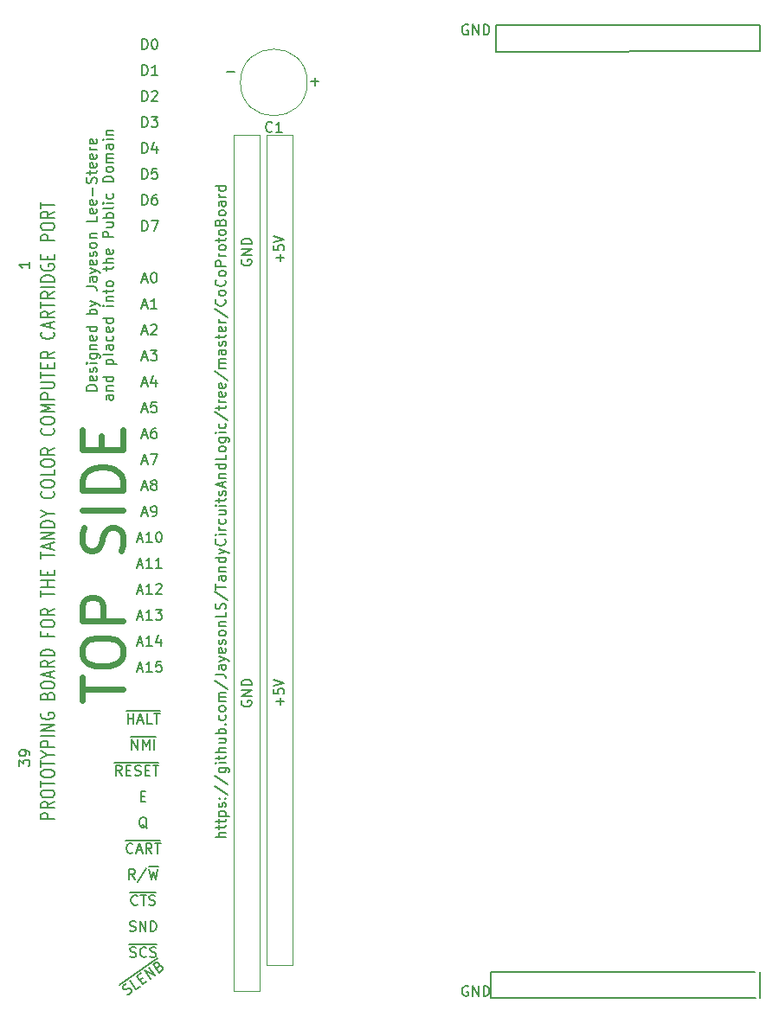
<source format=gto>
%TF.GenerationSoftware,KiCad,Pcbnew,9.0.7*%
%TF.CreationDate,2026-01-19T16:38:05-08:00*%
%TF.ProjectId,CoCoProtoBoard,436f436f-5072-46f7-946f-426f6172642e,rev?*%
%TF.SameCoordinates,Original*%
%TF.FileFunction,Legend,Top*%
%TF.FilePolarity,Positive*%
%FSLAX46Y46*%
G04 Gerber Fmt 4.6, Leading zero omitted, Abs format (unit mm)*
G04 Created by KiCad (PCBNEW 9.0.7) date 2026-01-19 16:38:05*
%MOMM*%
%LPD*%
G01*
G04 APERTURE LIST*
%ADD10C,0.150000*%
%ADD11C,0.600000*%
%ADD12C,0.170000*%
%ADD13C,0.120000*%
G04 APERTURE END LIST*
D10*
X172720000Y-59055000D02*
X146940000Y-59140000D01*
X146940000Y-56515000D02*
X172720000Y-56515000D01*
X146940000Y-59140000D02*
X146940000Y-56515000D01*
X172720000Y-56515000D02*
X172720000Y-59055000D01*
X172720000Y-149225000D02*
X172720000Y-151765000D01*
X146440000Y-151765000D02*
X146440000Y-149225000D01*
X146440000Y-149225000D02*
X172220000Y-149225000D01*
X172340000Y-151765000D02*
X146440000Y-151765000D01*
X112315714Y-81449104D02*
X112791904Y-81449104D01*
X112220476Y-81734819D02*
X112553809Y-80734819D01*
X112553809Y-80734819D02*
X112887142Y-81734819D01*
X113410952Y-80734819D02*
X113506190Y-80734819D01*
X113506190Y-80734819D02*
X113601428Y-80782438D01*
X113601428Y-80782438D02*
X113649047Y-80830057D01*
X113649047Y-80830057D02*
X113696666Y-80925295D01*
X113696666Y-80925295D02*
X113744285Y-81115771D01*
X113744285Y-81115771D02*
X113744285Y-81353866D01*
X113744285Y-81353866D02*
X113696666Y-81544342D01*
X113696666Y-81544342D02*
X113649047Y-81639580D01*
X113649047Y-81639580D02*
X113601428Y-81687200D01*
X113601428Y-81687200D02*
X113506190Y-81734819D01*
X113506190Y-81734819D02*
X113410952Y-81734819D01*
X113410952Y-81734819D02*
X113315714Y-81687200D01*
X113315714Y-81687200D02*
X113268095Y-81639580D01*
X113268095Y-81639580D02*
X113220476Y-81544342D01*
X113220476Y-81544342D02*
X113172857Y-81353866D01*
X113172857Y-81353866D02*
X113172857Y-81115771D01*
X113172857Y-81115771D02*
X113220476Y-80925295D01*
X113220476Y-80925295D02*
X113268095Y-80830057D01*
X113268095Y-80830057D02*
X113315714Y-80782438D01*
X113315714Y-80782438D02*
X113410952Y-80734819D01*
X112315714Y-83989104D02*
X112791904Y-83989104D01*
X112220476Y-84274819D02*
X112553809Y-83274819D01*
X112553809Y-83274819D02*
X112887142Y-84274819D01*
X113744285Y-84274819D02*
X113172857Y-84274819D01*
X113458571Y-84274819D02*
X113458571Y-83274819D01*
X113458571Y-83274819D02*
X113363333Y-83417676D01*
X113363333Y-83417676D02*
X113268095Y-83512914D01*
X113268095Y-83512914D02*
X113172857Y-83560533D01*
X112315714Y-86529104D02*
X112791904Y-86529104D01*
X112220476Y-86814819D02*
X112553809Y-85814819D01*
X112553809Y-85814819D02*
X112887142Y-86814819D01*
X113172857Y-85910057D02*
X113220476Y-85862438D01*
X113220476Y-85862438D02*
X113315714Y-85814819D01*
X113315714Y-85814819D02*
X113553809Y-85814819D01*
X113553809Y-85814819D02*
X113649047Y-85862438D01*
X113649047Y-85862438D02*
X113696666Y-85910057D01*
X113696666Y-85910057D02*
X113744285Y-86005295D01*
X113744285Y-86005295D02*
X113744285Y-86100533D01*
X113744285Y-86100533D02*
X113696666Y-86243390D01*
X113696666Y-86243390D02*
X113125238Y-86814819D01*
X113125238Y-86814819D02*
X113744285Y-86814819D01*
X112315714Y-89069104D02*
X112791904Y-89069104D01*
X112220476Y-89354819D02*
X112553809Y-88354819D01*
X112553809Y-88354819D02*
X112887142Y-89354819D01*
X113125238Y-88354819D02*
X113744285Y-88354819D01*
X113744285Y-88354819D02*
X113410952Y-88735771D01*
X113410952Y-88735771D02*
X113553809Y-88735771D01*
X113553809Y-88735771D02*
X113649047Y-88783390D01*
X113649047Y-88783390D02*
X113696666Y-88831009D01*
X113696666Y-88831009D02*
X113744285Y-88926247D01*
X113744285Y-88926247D02*
X113744285Y-89164342D01*
X113744285Y-89164342D02*
X113696666Y-89259580D01*
X113696666Y-89259580D02*
X113649047Y-89307200D01*
X113649047Y-89307200D02*
X113553809Y-89354819D01*
X113553809Y-89354819D02*
X113268095Y-89354819D01*
X113268095Y-89354819D02*
X113172857Y-89307200D01*
X113172857Y-89307200D02*
X113125238Y-89259580D01*
X112315714Y-91609104D02*
X112791904Y-91609104D01*
X112220476Y-91894819D02*
X112553809Y-90894819D01*
X112553809Y-90894819D02*
X112887142Y-91894819D01*
X113649047Y-91228152D02*
X113649047Y-91894819D01*
X113410952Y-90847200D02*
X113172857Y-91561485D01*
X113172857Y-91561485D02*
X113791904Y-91561485D01*
X112315714Y-94149104D02*
X112791904Y-94149104D01*
X112220476Y-94434819D02*
X112553809Y-93434819D01*
X112553809Y-93434819D02*
X112887142Y-94434819D01*
X113696666Y-93434819D02*
X113220476Y-93434819D01*
X113220476Y-93434819D02*
X113172857Y-93911009D01*
X113172857Y-93911009D02*
X113220476Y-93863390D01*
X113220476Y-93863390D02*
X113315714Y-93815771D01*
X113315714Y-93815771D02*
X113553809Y-93815771D01*
X113553809Y-93815771D02*
X113649047Y-93863390D01*
X113649047Y-93863390D02*
X113696666Y-93911009D01*
X113696666Y-93911009D02*
X113744285Y-94006247D01*
X113744285Y-94006247D02*
X113744285Y-94244342D01*
X113744285Y-94244342D02*
X113696666Y-94339580D01*
X113696666Y-94339580D02*
X113649047Y-94387200D01*
X113649047Y-94387200D02*
X113553809Y-94434819D01*
X113553809Y-94434819D02*
X113315714Y-94434819D01*
X113315714Y-94434819D02*
X113220476Y-94387200D01*
X113220476Y-94387200D02*
X113172857Y-94339580D01*
X112315714Y-96689104D02*
X112791904Y-96689104D01*
X112220476Y-96974819D02*
X112553809Y-95974819D01*
X112553809Y-95974819D02*
X112887142Y-96974819D01*
X113649047Y-95974819D02*
X113458571Y-95974819D01*
X113458571Y-95974819D02*
X113363333Y-96022438D01*
X113363333Y-96022438D02*
X113315714Y-96070057D01*
X113315714Y-96070057D02*
X113220476Y-96212914D01*
X113220476Y-96212914D02*
X113172857Y-96403390D01*
X113172857Y-96403390D02*
X113172857Y-96784342D01*
X113172857Y-96784342D02*
X113220476Y-96879580D01*
X113220476Y-96879580D02*
X113268095Y-96927200D01*
X113268095Y-96927200D02*
X113363333Y-96974819D01*
X113363333Y-96974819D02*
X113553809Y-96974819D01*
X113553809Y-96974819D02*
X113649047Y-96927200D01*
X113649047Y-96927200D02*
X113696666Y-96879580D01*
X113696666Y-96879580D02*
X113744285Y-96784342D01*
X113744285Y-96784342D02*
X113744285Y-96546247D01*
X113744285Y-96546247D02*
X113696666Y-96451009D01*
X113696666Y-96451009D02*
X113649047Y-96403390D01*
X113649047Y-96403390D02*
X113553809Y-96355771D01*
X113553809Y-96355771D02*
X113363333Y-96355771D01*
X113363333Y-96355771D02*
X113268095Y-96403390D01*
X113268095Y-96403390D02*
X113220476Y-96451009D01*
X113220476Y-96451009D02*
X113172857Y-96546247D01*
X112315714Y-99229104D02*
X112791904Y-99229104D01*
X112220476Y-99514819D02*
X112553809Y-98514819D01*
X112553809Y-98514819D02*
X112887142Y-99514819D01*
X113125238Y-98514819D02*
X113791904Y-98514819D01*
X113791904Y-98514819D02*
X113363333Y-99514819D01*
X112315714Y-101769104D02*
X112791904Y-101769104D01*
X112220476Y-102054819D02*
X112553809Y-101054819D01*
X112553809Y-101054819D02*
X112887142Y-102054819D01*
X113363333Y-101483390D02*
X113268095Y-101435771D01*
X113268095Y-101435771D02*
X113220476Y-101388152D01*
X113220476Y-101388152D02*
X113172857Y-101292914D01*
X113172857Y-101292914D02*
X113172857Y-101245295D01*
X113172857Y-101245295D02*
X113220476Y-101150057D01*
X113220476Y-101150057D02*
X113268095Y-101102438D01*
X113268095Y-101102438D02*
X113363333Y-101054819D01*
X113363333Y-101054819D02*
X113553809Y-101054819D01*
X113553809Y-101054819D02*
X113649047Y-101102438D01*
X113649047Y-101102438D02*
X113696666Y-101150057D01*
X113696666Y-101150057D02*
X113744285Y-101245295D01*
X113744285Y-101245295D02*
X113744285Y-101292914D01*
X113744285Y-101292914D02*
X113696666Y-101388152D01*
X113696666Y-101388152D02*
X113649047Y-101435771D01*
X113649047Y-101435771D02*
X113553809Y-101483390D01*
X113553809Y-101483390D02*
X113363333Y-101483390D01*
X113363333Y-101483390D02*
X113268095Y-101531009D01*
X113268095Y-101531009D02*
X113220476Y-101578628D01*
X113220476Y-101578628D02*
X113172857Y-101673866D01*
X113172857Y-101673866D02*
X113172857Y-101864342D01*
X113172857Y-101864342D02*
X113220476Y-101959580D01*
X113220476Y-101959580D02*
X113268095Y-102007200D01*
X113268095Y-102007200D02*
X113363333Y-102054819D01*
X113363333Y-102054819D02*
X113553809Y-102054819D01*
X113553809Y-102054819D02*
X113649047Y-102007200D01*
X113649047Y-102007200D02*
X113696666Y-101959580D01*
X113696666Y-101959580D02*
X113744285Y-101864342D01*
X113744285Y-101864342D02*
X113744285Y-101673866D01*
X113744285Y-101673866D02*
X113696666Y-101578628D01*
X113696666Y-101578628D02*
X113649047Y-101531009D01*
X113649047Y-101531009D02*
X113553809Y-101483390D01*
X112315714Y-104309104D02*
X112791904Y-104309104D01*
X112220476Y-104594819D02*
X112553809Y-103594819D01*
X112553809Y-103594819D02*
X112887142Y-104594819D01*
X113268095Y-104594819D02*
X113458571Y-104594819D01*
X113458571Y-104594819D02*
X113553809Y-104547200D01*
X113553809Y-104547200D02*
X113601428Y-104499580D01*
X113601428Y-104499580D02*
X113696666Y-104356723D01*
X113696666Y-104356723D02*
X113744285Y-104166247D01*
X113744285Y-104166247D02*
X113744285Y-103785295D01*
X113744285Y-103785295D02*
X113696666Y-103690057D01*
X113696666Y-103690057D02*
X113649047Y-103642438D01*
X113649047Y-103642438D02*
X113553809Y-103594819D01*
X113553809Y-103594819D02*
X113363333Y-103594819D01*
X113363333Y-103594819D02*
X113268095Y-103642438D01*
X113268095Y-103642438D02*
X113220476Y-103690057D01*
X113220476Y-103690057D02*
X113172857Y-103785295D01*
X113172857Y-103785295D02*
X113172857Y-104023390D01*
X113172857Y-104023390D02*
X113220476Y-104118628D01*
X113220476Y-104118628D02*
X113268095Y-104166247D01*
X113268095Y-104166247D02*
X113363333Y-104213866D01*
X113363333Y-104213866D02*
X113553809Y-104213866D01*
X113553809Y-104213866D02*
X113649047Y-104166247D01*
X113649047Y-104166247D02*
X113696666Y-104118628D01*
X113696666Y-104118628D02*
X113744285Y-104023390D01*
X111839524Y-106849104D02*
X112315714Y-106849104D01*
X111744286Y-107134819D02*
X112077619Y-106134819D01*
X112077619Y-106134819D02*
X112410952Y-107134819D01*
X113268095Y-107134819D02*
X112696667Y-107134819D01*
X112982381Y-107134819D02*
X112982381Y-106134819D01*
X112982381Y-106134819D02*
X112887143Y-106277676D01*
X112887143Y-106277676D02*
X112791905Y-106372914D01*
X112791905Y-106372914D02*
X112696667Y-106420533D01*
X113887143Y-106134819D02*
X113982381Y-106134819D01*
X113982381Y-106134819D02*
X114077619Y-106182438D01*
X114077619Y-106182438D02*
X114125238Y-106230057D01*
X114125238Y-106230057D02*
X114172857Y-106325295D01*
X114172857Y-106325295D02*
X114220476Y-106515771D01*
X114220476Y-106515771D02*
X114220476Y-106753866D01*
X114220476Y-106753866D02*
X114172857Y-106944342D01*
X114172857Y-106944342D02*
X114125238Y-107039580D01*
X114125238Y-107039580D02*
X114077619Y-107087200D01*
X114077619Y-107087200D02*
X113982381Y-107134819D01*
X113982381Y-107134819D02*
X113887143Y-107134819D01*
X113887143Y-107134819D02*
X113791905Y-107087200D01*
X113791905Y-107087200D02*
X113744286Y-107039580D01*
X113744286Y-107039580D02*
X113696667Y-106944342D01*
X113696667Y-106944342D02*
X113649048Y-106753866D01*
X113649048Y-106753866D02*
X113649048Y-106515771D01*
X113649048Y-106515771D02*
X113696667Y-106325295D01*
X113696667Y-106325295D02*
X113744286Y-106230057D01*
X113744286Y-106230057D02*
X113791905Y-106182438D01*
X113791905Y-106182438D02*
X113887143Y-106134819D01*
X111839524Y-109389104D02*
X112315714Y-109389104D01*
X111744286Y-109674819D02*
X112077619Y-108674819D01*
X112077619Y-108674819D02*
X112410952Y-109674819D01*
X113268095Y-109674819D02*
X112696667Y-109674819D01*
X112982381Y-109674819D02*
X112982381Y-108674819D01*
X112982381Y-108674819D02*
X112887143Y-108817676D01*
X112887143Y-108817676D02*
X112791905Y-108912914D01*
X112791905Y-108912914D02*
X112696667Y-108960533D01*
X114220476Y-109674819D02*
X113649048Y-109674819D01*
X113934762Y-109674819D02*
X113934762Y-108674819D01*
X113934762Y-108674819D02*
X113839524Y-108817676D01*
X113839524Y-108817676D02*
X113744286Y-108912914D01*
X113744286Y-108912914D02*
X113649048Y-108960533D01*
X111839524Y-111929104D02*
X112315714Y-111929104D01*
X111744286Y-112214819D02*
X112077619Y-111214819D01*
X112077619Y-111214819D02*
X112410952Y-112214819D01*
X113268095Y-112214819D02*
X112696667Y-112214819D01*
X112982381Y-112214819D02*
X112982381Y-111214819D01*
X112982381Y-111214819D02*
X112887143Y-111357676D01*
X112887143Y-111357676D02*
X112791905Y-111452914D01*
X112791905Y-111452914D02*
X112696667Y-111500533D01*
X113649048Y-111310057D02*
X113696667Y-111262438D01*
X113696667Y-111262438D02*
X113791905Y-111214819D01*
X113791905Y-111214819D02*
X114030000Y-111214819D01*
X114030000Y-111214819D02*
X114125238Y-111262438D01*
X114125238Y-111262438D02*
X114172857Y-111310057D01*
X114172857Y-111310057D02*
X114220476Y-111405295D01*
X114220476Y-111405295D02*
X114220476Y-111500533D01*
X114220476Y-111500533D02*
X114172857Y-111643390D01*
X114172857Y-111643390D02*
X113601429Y-112214819D01*
X113601429Y-112214819D02*
X114220476Y-112214819D01*
X111839524Y-114469104D02*
X112315714Y-114469104D01*
X111744286Y-114754819D02*
X112077619Y-113754819D01*
X112077619Y-113754819D02*
X112410952Y-114754819D01*
X113268095Y-114754819D02*
X112696667Y-114754819D01*
X112982381Y-114754819D02*
X112982381Y-113754819D01*
X112982381Y-113754819D02*
X112887143Y-113897676D01*
X112887143Y-113897676D02*
X112791905Y-113992914D01*
X112791905Y-113992914D02*
X112696667Y-114040533D01*
X113601429Y-113754819D02*
X114220476Y-113754819D01*
X114220476Y-113754819D02*
X113887143Y-114135771D01*
X113887143Y-114135771D02*
X114030000Y-114135771D01*
X114030000Y-114135771D02*
X114125238Y-114183390D01*
X114125238Y-114183390D02*
X114172857Y-114231009D01*
X114172857Y-114231009D02*
X114220476Y-114326247D01*
X114220476Y-114326247D02*
X114220476Y-114564342D01*
X114220476Y-114564342D02*
X114172857Y-114659580D01*
X114172857Y-114659580D02*
X114125238Y-114707200D01*
X114125238Y-114707200D02*
X114030000Y-114754819D01*
X114030000Y-114754819D02*
X113744286Y-114754819D01*
X113744286Y-114754819D02*
X113649048Y-114707200D01*
X113649048Y-114707200D02*
X113601429Y-114659580D01*
X111839524Y-117009104D02*
X112315714Y-117009104D01*
X111744286Y-117294819D02*
X112077619Y-116294819D01*
X112077619Y-116294819D02*
X112410952Y-117294819D01*
X113268095Y-117294819D02*
X112696667Y-117294819D01*
X112982381Y-117294819D02*
X112982381Y-116294819D01*
X112982381Y-116294819D02*
X112887143Y-116437676D01*
X112887143Y-116437676D02*
X112791905Y-116532914D01*
X112791905Y-116532914D02*
X112696667Y-116580533D01*
X114125238Y-116628152D02*
X114125238Y-117294819D01*
X113887143Y-116247200D02*
X113649048Y-116961485D01*
X113649048Y-116961485D02*
X114268095Y-116961485D01*
X111839524Y-119549104D02*
X112315714Y-119549104D01*
X111744286Y-119834819D02*
X112077619Y-118834819D01*
X112077619Y-118834819D02*
X112410952Y-119834819D01*
X113268095Y-119834819D02*
X112696667Y-119834819D01*
X112982381Y-119834819D02*
X112982381Y-118834819D01*
X112982381Y-118834819D02*
X112887143Y-118977676D01*
X112887143Y-118977676D02*
X112791905Y-119072914D01*
X112791905Y-119072914D02*
X112696667Y-119120533D01*
X114172857Y-118834819D02*
X113696667Y-118834819D01*
X113696667Y-118834819D02*
X113649048Y-119311009D01*
X113649048Y-119311009D02*
X113696667Y-119263390D01*
X113696667Y-119263390D02*
X113791905Y-119215771D01*
X113791905Y-119215771D02*
X114030000Y-119215771D01*
X114030000Y-119215771D02*
X114125238Y-119263390D01*
X114125238Y-119263390D02*
X114172857Y-119311009D01*
X114172857Y-119311009D02*
X114220476Y-119406247D01*
X114220476Y-119406247D02*
X114220476Y-119644342D01*
X114220476Y-119644342D02*
X114172857Y-119739580D01*
X114172857Y-119739580D02*
X114125238Y-119787200D01*
X114125238Y-119787200D02*
X114030000Y-119834819D01*
X114030000Y-119834819D02*
X113791905Y-119834819D01*
X113791905Y-119834819D02*
X113696667Y-119787200D01*
X113696667Y-119787200D02*
X113649048Y-119739580D01*
X110895000Y-124914819D02*
X110895000Y-123914819D01*
X110895000Y-124391009D02*
X111466428Y-124391009D01*
X111466428Y-124914819D02*
X111466428Y-123914819D01*
X111895000Y-124629104D02*
X112371190Y-124629104D01*
X111799762Y-124914819D02*
X112133095Y-123914819D01*
X112133095Y-123914819D02*
X112466428Y-124914819D01*
X113275952Y-124914819D02*
X112799762Y-124914819D01*
X112799762Y-124914819D02*
X112799762Y-123914819D01*
X113466429Y-123914819D02*
X114037857Y-123914819D01*
X113752143Y-124914819D02*
X113752143Y-123914819D01*
X110756905Y-123637200D02*
X114033096Y-123637200D01*
X111299762Y-127454819D02*
X111299762Y-126454819D01*
X111299762Y-126454819D02*
X111871190Y-127454819D01*
X111871190Y-127454819D02*
X111871190Y-126454819D01*
X112347381Y-127454819D02*
X112347381Y-126454819D01*
X112347381Y-126454819D02*
X112680714Y-127169104D01*
X112680714Y-127169104D02*
X113014047Y-126454819D01*
X113014047Y-126454819D02*
X113014047Y-127454819D01*
X113490238Y-127454819D02*
X113490238Y-126454819D01*
X111161667Y-126177200D02*
X113628333Y-126177200D01*
X110307618Y-129994819D02*
X109974285Y-129518628D01*
X109736190Y-129994819D02*
X109736190Y-128994819D01*
X109736190Y-128994819D02*
X110117142Y-128994819D01*
X110117142Y-128994819D02*
X110212380Y-129042438D01*
X110212380Y-129042438D02*
X110259999Y-129090057D01*
X110259999Y-129090057D02*
X110307618Y-129185295D01*
X110307618Y-129185295D02*
X110307618Y-129328152D01*
X110307618Y-129328152D02*
X110259999Y-129423390D01*
X110259999Y-129423390D02*
X110212380Y-129471009D01*
X110212380Y-129471009D02*
X110117142Y-129518628D01*
X110117142Y-129518628D02*
X109736190Y-129518628D01*
X110736190Y-129471009D02*
X111069523Y-129471009D01*
X111212380Y-129994819D02*
X110736190Y-129994819D01*
X110736190Y-129994819D02*
X110736190Y-128994819D01*
X110736190Y-128994819D02*
X111212380Y-128994819D01*
X111593333Y-129947200D02*
X111736190Y-129994819D01*
X111736190Y-129994819D02*
X111974285Y-129994819D01*
X111974285Y-129994819D02*
X112069523Y-129947200D01*
X112069523Y-129947200D02*
X112117142Y-129899580D01*
X112117142Y-129899580D02*
X112164761Y-129804342D01*
X112164761Y-129804342D02*
X112164761Y-129709104D01*
X112164761Y-129709104D02*
X112117142Y-129613866D01*
X112117142Y-129613866D02*
X112069523Y-129566247D01*
X112069523Y-129566247D02*
X111974285Y-129518628D01*
X111974285Y-129518628D02*
X111783809Y-129471009D01*
X111783809Y-129471009D02*
X111688571Y-129423390D01*
X111688571Y-129423390D02*
X111640952Y-129375771D01*
X111640952Y-129375771D02*
X111593333Y-129280533D01*
X111593333Y-129280533D02*
X111593333Y-129185295D01*
X111593333Y-129185295D02*
X111640952Y-129090057D01*
X111640952Y-129090057D02*
X111688571Y-129042438D01*
X111688571Y-129042438D02*
X111783809Y-128994819D01*
X111783809Y-128994819D02*
X112021904Y-128994819D01*
X112021904Y-128994819D02*
X112164761Y-129042438D01*
X112593333Y-129471009D02*
X112926666Y-129471009D01*
X113069523Y-129994819D02*
X112593333Y-129994819D01*
X112593333Y-129994819D02*
X112593333Y-128994819D01*
X112593333Y-128994819D02*
X113069523Y-128994819D01*
X113355238Y-128994819D02*
X113926666Y-128994819D01*
X113640952Y-129994819D02*
X113640952Y-128994819D01*
X109598095Y-128717200D02*
X113921905Y-128717200D01*
X112180714Y-132011009D02*
X112514047Y-132011009D01*
X112656904Y-132534819D02*
X112180714Y-132534819D01*
X112180714Y-132534819D02*
X112180714Y-131534819D01*
X112180714Y-131534819D02*
X112656904Y-131534819D01*
X112775952Y-135170057D02*
X112680714Y-135122438D01*
X112680714Y-135122438D02*
X112585476Y-135027200D01*
X112585476Y-135027200D02*
X112442619Y-134884342D01*
X112442619Y-134884342D02*
X112347381Y-134836723D01*
X112347381Y-134836723D02*
X112252143Y-134836723D01*
X112299762Y-135074819D02*
X112204524Y-135027200D01*
X112204524Y-135027200D02*
X112109286Y-134931961D01*
X112109286Y-134931961D02*
X112061667Y-134741485D01*
X112061667Y-134741485D02*
X112061667Y-134408152D01*
X112061667Y-134408152D02*
X112109286Y-134217676D01*
X112109286Y-134217676D02*
X112204524Y-134122438D01*
X112204524Y-134122438D02*
X112299762Y-134074819D01*
X112299762Y-134074819D02*
X112490238Y-134074819D01*
X112490238Y-134074819D02*
X112585476Y-134122438D01*
X112585476Y-134122438D02*
X112680714Y-134217676D01*
X112680714Y-134217676D02*
X112728333Y-134408152D01*
X112728333Y-134408152D02*
X112728333Y-134741485D01*
X112728333Y-134741485D02*
X112680714Y-134931961D01*
X112680714Y-134931961D02*
X112585476Y-135027200D01*
X112585476Y-135027200D02*
X112490238Y-135074819D01*
X112490238Y-135074819D02*
X112299762Y-135074819D01*
X111394999Y-137519580D02*
X111347380Y-137567200D01*
X111347380Y-137567200D02*
X111204523Y-137614819D01*
X111204523Y-137614819D02*
X111109285Y-137614819D01*
X111109285Y-137614819D02*
X110966428Y-137567200D01*
X110966428Y-137567200D02*
X110871190Y-137471961D01*
X110871190Y-137471961D02*
X110823571Y-137376723D01*
X110823571Y-137376723D02*
X110775952Y-137186247D01*
X110775952Y-137186247D02*
X110775952Y-137043390D01*
X110775952Y-137043390D02*
X110823571Y-136852914D01*
X110823571Y-136852914D02*
X110871190Y-136757676D01*
X110871190Y-136757676D02*
X110966428Y-136662438D01*
X110966428Y-136662438D02*
X111109285Y-136614819D01*
X111109285Y-136614819D02*
X111204523Y-136614819D01*
X111204523Y-136614819D02*
X111347380Y-136662438D01*
X111347380Y-136662438D02*
X111394999Y-136710057D01*
X111775952Y-137329104D02*
X112252142Y-137329104D01*
X111680714Y-137614819D02*
X112014047Y-136614819D01*
X112014047Y-136614819D02*
X112347380Y-137614819D01*
X113252142Y-137614819D02*
X112918809Y-137138628D01*
X112680714Y-137614819D02*
X112680714Y-136614819D01*
X112680714Y-136614819D02*
X113061666Y-136614819D01*
X113061666Y-136614819D02*
X113156904Y-136662438D01*
X113156904Y-136662438D02*
X113204523Y-136710057D01*
X113204523Y-136710057D02*
X113252142Y-136805295D01*
X113252142Y-136805295D02*
X113252142Y-136948152D01*
X113252142Y-136948152D02*
X113204523Y-137043390D01*
X113204523Y-137043390D02*
X113156904Y-137091009D01*
X113156904Y-137091009D02*
X113061666Y-137138628D01*
X113061666Y-137138628D02*
X112680714Y-137138628D01*
X113537857Y-136614819D02*
X114109285Y-136614819D01*
X113823571Y-137614819D02*
X113823571Y-136614819D01*
X110685476Y-136337200D02*
X114104524Y-136337200D01*
X111609285Y-140154819D02*
X111275952Y-139678628D01*
X111037857Y-140154819D02*
X111037857Y-139154819D01*
X111037857Y-139154819D02*
X111418809Y-139154819D01*
X111418809Y-139154819D02*
X111514047Y-139202438D01*
X111514047Y-139202438D02*
X111561666Y-139250057D01*
X111561666Y-139250057D02*
X111609285Y-139345295D01*
X111609285Y-139345295D02*
X111609285Y-139488152D01*
X111609285Y-139488152D02*
X111561666Y-139583390D01*
X111561666Y-139583390D02*
X111514047Y-139631009D01*
X111514047Y-139631009D02*
X111418809Y-139678628D01*
X111418809Y-139678628D02*
X111037857Y-139678628D01*
X112752142Y-139107200D02*
X111895000Y-140392914D01*
X112990238Y-139154819D02*
X113228333Y-140154819D01*
X113228333Y-140154819D02*
X113418809Y-139440533D01*
X113418809Y-139440533D02*
X113609285Y-140154819D01*
X113609285Y-140154819D02*
X113847381Y-139154819D01*
X112947381Y-138877200D02*
X113890238Y-138877200D01*
X111847380Y-142599580D02*
X111799761Y-142647200D01*
X111799761Y-142647200D02*
X111656904Y-142694819D01*
X111656904Y-142694819D02*
X111561666Y-142694819D01*
X111561666Y-142694819D02*
X111418809Y-142647200D01*
X111418809Y-142647200D02*
X111323571Y-142551961D01*
X111323571Y-142551961D02*
X111275952Y-142456723D01*
X111275952Y-142456723D02*
X111228333Y-142266247D01*
X111228333Y-142266247D02*
X111228333Y-142123390D01*
X111228333Y-142123390D02*
X111275952Y-141932914D01*
X111275952Y-141932914D02*
X111323571Y-141837676D01*
X111323571Y-141837676D02*
X111418809Y-141742438D01*
X111418809Y-141742438D02*
X111561666Y-141694819D01*
X111561666Y-141694819D02*
X111656904Y-141694819D01*
X111656904Y-141694819D02*
X111799761Y-141742438D01*
X111799761Y-141742438D02*
X111847380Y-141790057D01*
X112133095Y-141694819D02*
X112704523Y-141694819D01*
X112418809Y-142694819D02*
X112418809Y-141694819D01*
X112990238Y-142647200D02*
X113133095Y-142694819D01*
X113133095Y-142694819D02*
X113371190Y-142694819D01*
X113371190Y-142694819D02*
X113466428Y-142647200D01*
X113466428Y-142647200D02*
X113514047Y-142599580D01*
X113514047Y-142599580D02*
X113561666Y-142504342D01*
X113561666Y-142504342D02*
X113561666Y-142409104D01*
X113561666Y-142409104D02*
X113514047Y-142313866D01*
X113514047Y-142313866D02*
X113466428Y-142266247D01*
X113466428Y-142266247D02*
X113371190Y-142218628D01*
X113371190Y-142218628D02*
X113180714Y-142171009D01*
X113180714Y-142171009D02*
X113085476Y-142123390D01*
X113085476Y-142123390D02*
X113037857Y-142075771D01*
X113037857Y-142075771D02*
X112990238Y-141980533D01*
X112990238Y-141980533D02*
X112990238Y-141885295D01*
X112990238Y-141885295D02*
X113037857Y-141790057D01*
X113037857Y-141790057D02*
X113085476Y-141742438D01*
X113085476Y-141742438D02*
X113180714Y-141694819D01*
X113180714Y-141694819D02*
X113418809Y-141694819D01*
X113418809Y-141694819D02*
X113561666Y-141742438D01*
X111137857Y-141417200D02*
X113652143Y-141417200D01*
X111085476Y-145187200D02*
X111228333Y-145234819D01*
X111228333Y-145234819D02*
X111466428Y-145234819D01*
X111466428Y-145234819D02*
X111561666Y-145187200D01*
X111561666Y-145187200D02*
X111609285Y-145139580D01*
X111609285Y-145139580D02*
X111656904Y-145044342D01*
X111656904Y-145044342D02*
X111656904Y-144949104D01*
X111656904Y-144949104D02*
X111609285Y-144853866D01*
X111609285Y-144853866D02*
X111561666Y-144806247D01*
X111561666Y-144806247D02*
X111466428Y-144758628D01*
X111466428Y-144758628D02*
X111275952Y-144711009D01*
X111275952Y-144711009D02*
X111180714Y-144663390D01*
X111180714Y-144663390D02*
X111133095Y-144615771D01*
X111133095Y-144615771D02*
X111085476Y-144520533D01*
X111085476Y-144520533D02*
X111085476Y-144425295D01*
X111085476Y-144425295D02*
X111133095Y-144330057D01*
X111133095Y-144330057D02*
X111180714Y-144282438D01*
X111180714Y-144282438D02*
X111275952Y-144234819D01*
X111275952Y-144234819D02*
X111514047Y-144234819D01*
X111514047Y-144234819D02*
X111656904Y-144282438D01*
X112085476Y-145234819D02*
X112085476Y-144234819D01*
X112085476Y-144234819D02*
X112656904Y-145234819D01*
X112656904Y-145234819D02*
X112656904Y-144234819D01*
X113133095Y-145234819D02*
X113133095Y-144234819D01*
X113133095Y-144234819D02*
X113371190Y-144234819D01*
X113371190Y-144234819D02*
X113514047Y-144282438D01*
X113514047Y-144282438D02*
X113609285Y-144377676D01*
X113609285Y-144377676D02*
X113656904Y-144472914D01*
X113656904Y-144472914D02*
X113704523Y-144663390D01*
X113704523Y-144663390D02*
X113704523Y-144806247D01*
X113704523Y-144806247D02*
X113656904Y-144996723D01*
X113656904Y-144996723D02*
X113609285Y-145091961D01*
X113609285Y-145091961D02*
X113514047Y-145187200D01*
X113514047Y-145187200D02*
X113371190Y-145234819D01*
X113371190Y-145234819D02*
X113133095Y-145234819D01*
X111133095Y-147727200D02*
X111275952Y-147774819D01*
X111275952Y-147774819D02*
X111514047Y-147774819D01*
X111514047Y-147774819D02*
X111609285Y-147727200D01*
X111609285Y-147727200D02*
X111656904Y-147679580D01*
X111656904Y-147679580D02*
X111704523Y-147584342D01*
X111704523Y-147584342D02*
X111704523Y-147489104D01*
X111704523Y-147489104D02*
X111656904Y-147393866D01*
X111656904Y-147393866D02*
X111609285Y-147346247D01*
X111609285Y-147346247D02*
X111514047Y-147298628D01*
X111514047Y-147298628D02*
X111323571Y-147251009D01*
X111323571Y-147251009D02*
X111228333Y-147203390D01*
X111228333Y-147203390D02*
X111180714Y-147155771D01*
X111180714Y-147155771D02*
X111133095Y-147060533D01*
X111133095Y-147060533D02*
X111133095Y-146965295D01*
X111133095Y-146965295D02*
X111180714Y-146870057D01*
X111180714Y-146870057D02*
X111228333Y-146822438D01*
X111228333Y-146822438D02*
X111323571Y-146774819D01*
X111323571Y-146774819D02*
X111561666Y-146774819D01*
X111561666Y-146774819D02*
X111704523Y-146822438D01*
X112704523Y-147679580D02*
X112656904Y-147727200D01*
X112656904Y-147727200D02*
X112514047Y-147774819D01*
X112514047Y-147774819D02*
X112418809Y-147774819D01*
X112418809Y-147774819D02*
X112275952Y-147727200D01*
X112275952Y-147727200D02*
X112180714Y-147631961D01*
X112180714Y-147631961D02*
X112133095Y-147536723D01*
X112133095Y-147536723D02*
X112085476Y-147346247D01*
X112085476Y-147346247D02*
X112085476Y-147203390D01*
X112085476Y-147203390D02*
X112133095Y-147012914D01*
X112133095Y-147012914D02*
X112180714Y-146917676D01*
X112180714Y-146917676D02*
X112275952Y-146822438D01*
X112275952Y-146822438D02*
X112418809Y-146774819D01*
X112418809Y-146774819D02*
X112514047Y-146774819D01*
X112514047Y-146774819D02*
X112656904Y-146822438D01*
X112656904Y-146822438D02*
X112704523Y-146870057D01*
X113085476Y-147727200D02*
X113228333Y-147774819D01*
X113228333Y-147774819D02*
X113466428Y-147774819D01*
X113466428Y-147774819D02*
X113561666Y-147727200D01*
X113561666Y-147727200D02*
X113609285Y-147679580D01*
X113609285Y-147679580D02*
X113656904Y-147584342D01*
X113656904Y-147584342D02*
X113656904Y-147489104D01*
X113656904Y-147489104D02*
X113609285Y-147393866D01*
X113609285Y-147393866D02*
X113561666Y-147346247D01*
X113561666Y-147346247D02*
X113466428Y-147298628D01*
X113466428Y-147298628D02*
X113275952Y-147251009D01*
X113275952Y-147251009D02*
X113180714Y-147203390D01*
X113180714Y-147203390D02*
X113133095Y-147155771D01*
X113133095Y-147155771D02*
X113085476Y-147060533D01*
X113085476Y-147060533D02*
X113085476Y-146965295D01*
X113085476Y-146965295D02*
X113133095Y-146870057D01*
X113133095Y-146870057D02*
X113180714Y-146822438D01*
X113180714Y-146822438D02*
X113275952Y-146774819D01*
X113275952Y-146774819D02*
X113514047Y-146774819D01*
X113514047Y-146774819D02*
X113656904Y-146822438D01*
X111042619Y-146497200D02*
X113747381Y-146497200D01*
X110853730Y-151436307D02*
X110998065Y-151393375D01*
X110998065Y-151393375D02*
X111193101Y-151256809D01*
X111193101Y-151256809D02*
X111243803Y-151163176D01*
X111243803Y-151163176D02*
X111255497Y-151096855D01*
X111255497Y-151096855D02*
X111239878Y-150991528D01*
X111239878Y-150991528D02*
X111185251Y-150913513D01*
X111185251Y-150913513D02*
X111091618Y-150862812D01*
X111091618Y-150862812D02*
X111025297Y-150851118D01*
X111025297Y-150851118D02*
X110919970Y-150866737D01*
X110919970Y-150866737D02*
X110736628Y-150936982D01*
X110736628Y-150936982D02*
X110631300Y-150952601D01*
X110631300Y-150952601D02*
X110564980Y-150940907D01*
X110564980Y-150940907D02*
X110471346Y-150890206D01*
X110471346Y-150890206D02*
X110416720Y-150812191D01*
X110416720Y-150812191D02*
X110401101Y-150706864D01*
X110401101Y-150706864D02*
X110412795Y-150640543D01*
X110412795Y-150640543D02*
X110463496Y-150546910D01*
X110463496Y-150546910D02*
X110658532Y-150410344D01*
X110658532Y-150410344D02*
X110802867Y-150367412D01*
X112090268Y-150628606D02*
X111700196Y-150901738D01*
X111700196Y-150901738D02*
X111126619Y-150082586D01*
X112062874Y-150008334D02*
X112335925Y-149817142D01*
X112753391Y-150164282D02*
X112363319Y-150437414D01*
X112363319Y-150437414D02*
X111789742Y-149618262D01*
X111789742Y-149618262D02*
X112179815Y-149345130D01*
X113104456Y-149918464D02*
X112530880Y-149099312D01*
X112530880Y-149099312D02*
X113572543Y-149590706D01*
X113572543Y-149590706D02*
X112998967Y-148771554D01*
X113935222Y-148697303D02*
X114079556Y-148654370D01*
X114079556Y-148654370D02*
X114145877Y-148666064D01*
X114145877Y-148666064D02*
X114239510Y-148716766D01*
X114239510Y-148716766D02*
X114321450Y-148833787D01*
X114321450Y-148833787D02*
X114337069Y-148939115D01*
X114337069Y-148939115D02*
X114325375Y-149005436D01*
X114325375Y-149005436D02*
X114274674Y-149099069D01*
X114274674Y-149099069D02*
X113962616Y-149317574D01*
X113962616Y-149317574D02*
X113389039Y-148498422D01*
X113389039Y-148498422D02*
X113662090Y-148307230D01*
X113662090Y-148307230D02*
X113767418Y-148291611D01*
X113767418Y-148291611D02*
X113833738Y-148303305D01*
X113833738Y-148303305D02*
X113927372Y-148354007D01*
X113927372Y-148354007D02*
X113981998Y-148432021D01*
X113981998Y-148432021D02*
X113997617Y-148537349D01*
X113997617Y-148537349D02*
X113985923Y-148603669D01*
X113985923Y-148603669D02*
X113935222Y-148697303D01*
X113935222Y-148697303D02*
X113662171Y-148888495D01*
X110074118Y-150480645D02*
X113772004Y-147891357D01*
X122057438Y-122681904D02*
X122009819Y-122777142D01*
X122009819Y-122777142D02*
X122009819Y-122919999D01*
X122009819Y-122919999D02*
X122057438Y-123062856D01*
X122057438Y-123062856D02*
X122152676Y-123158094D01*
X122152676Y-123158094D02*
X122247914Y-123205713D01*
X122247914Y-123205713D02*
X122438390Y-123253332D01*
X122438390Y-123253332D02*
X122581247Y-123253332D01*
X122581247Y-123253332D02*
X122771723Y-123205713D01*
X122771723Y-123205713D02*
X122866961Y-123158094D01*
X122866961Y-123158094D02*
X122962200Y-123062856D01*
X122962200Y-123062856D02*
X123009819Y-122919999D01*
X123009819Y-122919999D02*
X123009819Y-122824761D01*
X123009819Y-122824761D02*
X122962200Y-122681904D01*
X122962200Y-122681904D02*
X122914580Y-122634285D01*
X122914580Y-122634285D02*
X122581247Y-122634285D01*
X122581247Y-122634285D02*
X122581247Y-122824761D01*
X123009819Y-122205713D02*
X122009819Y-122205713D01*
X122009819Y-122205713D02*
X123009819Y-121634285D01*
X123009819Y-121634285D02*
X122009819Y-121634285D01*
X123009819Y-121158094D02*
X122009819Y-121158094D01*
X122009819Y-121158094D02*
X122009819Y-120919999D01*
X122009819Y-120919999D02*
X122057438Y-120777142D01*
X122057438Y-120777142D02*
X122152676Y-120681904D01*
X122152676Y-120681904D02*
X122247914Y-120634285D01*
X122247914Y-120634285D02*
X122438390Y-120586666D01*
X122438390Y-120586666D02*
X122581247Y-120586666D01*
X122581247Y-120586666D02*
X122771723Y-120634285D01*
X122771723Y-120634285D02*
X122866961Y-120681904D01*
X122866961Y-120681904D02*
X122962200Y-120777142D01*
X122962200Y-120777142D02*
X123009819Y-120919999D01*
X123009819Y-120919999D02*
X123009819Y-121158094D01*
X125803866Y-123077143D02*
X125803866Y-122391429D01*
X126184819Y-122734286D02*
X125422914Y-122734286D01*
X125184819Y-121534285D02*
X125184819Y-121962857D01*
X125184819Y-121962857D02*
X125661009Y-122005714D01*
X125661009Y-122005714D02*
X125613390Y-121962857D01*
X125613390Y-121962857D02*
X125565771Y-121877143D01*
X125565771Y-121877143D02*
X125565771Y-121662857D01*
X125565771Y-121662857D02*
X125613390Y-121577143D01*
X125613390Y-121577143D02*
X125661009Y-121534285D01*
X125661009Y-121534285D02*
X125756247Y-121491428D01*
X125756247Y-121491428D02*
X125994342Y-121491428D01*
X125994342Y-121491428D02*
X126089580Y-121534285D01*
X126089580Y-121534285D02*
X126137200Y-121577143D01*
X126137200Y-121577143D02*
X126184819Y-121662857D01*
X126184819Y-121662857D02*
X126184819Y-121877143D01*
X126184819Y-121877143D02*
X126137200Y-121962857D01*
X126137200Y-121962857D02*
X126089580Y-122005714D01*
X125184819Y-121234285D02*
X126184819Y-120934285D01*
X126184819Y-120934285D02*
X125184819Y-120634285D01*
X112291905Y-58874819D02*
X112291905Y-57874819D01*
X112291905Y-57874819D02*
X112530000Y-57874819D01*
X112530000Y-57874819D02*
X112672857Y-57922438D01*
X112672857Y-57922438D02*
X112768095Y-58017676D01*
X112768095Y-58017676D02*
X112815714Y-58112914D01*
X112815714Y-58112914D02*
X112863333Y-58303390D01*
X112863333Y-58303390D02*
X112863333Y-58446247D01*
X112863333Y-58446247D02*
X112815714Y-58636723D01*
X112815714Y-58636723D02*
X112768095Y-58731961D01*
X112768095Y-58731961D02*
X112672857Y-58827200D01*
X112672857Y-58827200D02*
X112530000Y-58874819D01*
X112530000Y-58874819D02*
X112291905Y-58874819D01*
X113482381Y-57874819D02*
X113577619Y-57874819D01*
X113577619Y-57874819D02*
X113672857Y-57922438D01*
X113672857Y-57922438D02*
X113720476Y-57970057D01*
X113720476Y-57970057D02*
X113768095Y-58065295D01*
X113768095Y-58065295D02*
X113815714Y-58255771D01*
X113815714Y-58255771D02*
X113815714Y-58493866D01*
X113815714Y-58493866D02*
X113768095Y-58684342D01*
X113768095Y-58684342D02*
X113720476Y-58779580D01*
X113720476Y-58779580D02*
X113672857Y-58827200D01*
X113672857Y-58827200D02*
X113577619Y-58874819D01*
X113577619Y-58874819D02*
X113482381Y-58874819D01*
X113482381Y-58874819D02*
X113387143Y-58827200D01*
X113387143Y-58827200D02*
X113339524Y-58779580D01*
X113339524Y-58779580D02*
X113291905Y-58684342D01*
X113291905Y-58684342D02*
X113244286Y-58493866D01*
X113244286Y-58493866D02*
X113244286Y-58255771D01*
X113244286Y-58255771D02*
X113291905Y-58065295D01*
X113291905Y-58065295D02*
X113339524Y-57970057D01*
X113339524Y-57970057D02*
X113387143Y-57922438D01*
X113387143Y-57922438D02*
X113482381Y-57874819D01*
X112291905Y-71574819D02*
X112291905Y-70574819D01*
X112291905Y-70574819D02*
X112530000Y-70574819D01*
X112530000Y-70574819D02*
X112672857Y-70622438D01*
X112672857Y-70622438D02*
X112768095Y-70717676D01*
X112768095Y-70717676D02*
X112815714Y-70812914D01*
X112815714Y-70812914D02*
X112863333Y-71003390D01*
X112863333Y-71003390D02*
X112863333Y-71146247D01*
X112863333Y-71146247D02*
X112815714Y-71336723D01*
X112815714Y-71336723D02*
X112768095Y-71431961D01*
X112768095Y-71431961D02*
X112672857Y-71527200D01*
X112672857Y-71527200D02*
X112530000Y-71574819D01*
X112530000Y-71574819D02*
X112291905Y-71574819D01*
X113768095Y-70574819D02*
X113291905Y-70574819D01*
X113291905Y-70574819D02*
X113244286Y-71051009D01*
X113244286Y-71051009D02*
X113291905Y-71003390D01*
X113291905Y-71003390D02*
X113387143Y-70955771D01*
X113387143Y-70955771D02*
X113625238Y-70955771D01*
X113625238Y-70955771D02*
X113720476Y-71003390D01*
X113720476Y-71003390D02*
X113768095Y-71051009D01*
X113768095Y-71051009D02*
X113815714Y-71146247D01*
X113815714Y-71146247D02*
X113815714Y-71384342D01*
X113815714Y-71384342D02*
X113768095Y-71479580D01*
X113768095Y-71479580D02*
X113720476Y-71527200D01*
X113720476Y-71527200D02*
X113625238Y-71574819D01*
X113625238Y-71574819D02*
X113387143Y-71574819D01*
X113387143Y-71574819D02*
X113291905Y-71527200D01*
X113291905Y-71527200D02*
X113244286Y-71479580D01*
X112291905Y-74114819D02*
X112291905Y-73114819D01*
X112291905Y-73114819D02*
X112530000Y-73114819D01*
X112530000Y-73114819D02*
X112672857Y-73162438D01*
X112672857Y-73162438D02*
X112768095Y-73257676D01*
X112768095Y-73257676D02*
X112815714Y-73352914D01*
X112815714Y-73352914D02*
X112863333Y-73543390D01*
X112863333Y-73543390D02*
X112863333Y-73686247D01*
X112863333Y-73686247D02*
X112815714Y-73876723D01*
X112815714Y-73876723D02*
X112768095Y-73971961D01*
X112768095Y-73971961D02*
X112672857Y-74067200D01*
X112672857Y-74067200D02*
X112530000Y-74114819D01*
X112530000Y-74114819D02*
X112291905Y-74114819D01*
X113720476Y-73114819D02*
X113530000Y-73114819D01*
X113530000Y-73114819D02*
X113434762Y-73162438D01*
X113434762Y-73162438D02*
X113387143Y-73210057D01*
X113387143Y-73210057D02*
X113291905Y-73352914D01*
X113291905Y-73352914D02*
X113244286Y-73543390D01*
X113244286Y-73543390D02*
X113244286Y-73924342D01*
X113244286Y-73924342D02*
X113291905Y-74019580D01*
X113291905Y-74019580D02*
X113339524Y-74067200D01*
X113339524Y-74067200D02*
X113434762Y-74114819D01*
X113434762Y-74114819D02*
X113625238Y-74114819D01*
X113625238Y-74114819D02*
X113720476Y-74067200D01*
X113720476Y-74067200D02*
X113768095Y-74019580D01*
X113768095Y-74019580D02*
X113815714Y-73924342D01*
X113815714Y-73924342D02*
X113815714Y-73686247D01*
X113815714Y-73686247D02*
X113768095Y-73591009D01*
X113768095Y-73591009D02*
X113720476Y-73543390D01*
X113720476Y-73543390D02*
X113625238Y-73495771D01*
X113625238Y-73495771D02*
X113434762Y-73495771D01*
X113434762Y-73495771D02*
X113339524Y-73543390D01*
X113339524Y-73543390D02*
X113291905Y-73591009D01*
X113291905Y-73591009D02*
X113244286Y-73686247D01*
X112291905Y-76654819D02*
X112291905Y-75654819D01*
X112291905Y-75654819D02*
X112530000Y-75654819D01*
X112530000Y-75654819D02*
X112672857Y-75702438D01*
X112672857Y-75702438D02*
X112768095Y-75797676D01*
X112768095Y-75797676D02*
X112815714Y-75892914D01*
X112815714Y-75892914D02*
X112863333Y-76083390D01*
X112863333Y-76083390D02*
X112863333Y-76226247D01*
X112863333Y-76226247D02*
X112815714Y-76416723D01*
X112815714Y-76416723D02*
X112768095Y-76511961D01*
X112768095Y-76511961D02*
X112672857Y-76607200D01*
X112672857Y-76607200D02*
X112530000Y-76654819D01*
X112530000Y-76654819D02*
X112291905Y-76654819D01*
X113196667Y-75654819D02*
X113863333Y-75654819D01*
X113863333Y-75654819D02*
X113434762Y-76654819D01*
X112291905Y-61414819D02*
X112291905Y-60414819D01*
X112291905Y-60414819D02*
X112530000Y-60414819D01*
X112530000Y-60414819D02*
X112672857Y-60462438D01*
X112672857Y-60462438D02*
X112768095Y-60557676D01*
X112768095Y-60557676D02*
X112815714Y-60652914D01*
X112815714Y-60652914D02*
X112863333Y-60843390D01*
X112863333Y-60843390D02*
X112863333Y-60986247D01*
X112863333Y-60986247D02*
X112815714Y-61176723D01*
X112815714Y-61176723D02*
X112768095Y-61271961D01*
X112768095Y-61271961D02*
X112672857Y-61367200D01*
X112672857Y-61367200D02*
X112530000Y-61414819D01*
X112530000Y-61414819D02*
X112291905Y-61414819D01*
X113815714Y-61414819D02*
X113244286Y-61414819D01*
X113530000Y-61414819D02*
X113530000Y-60414819D01*
X113530000Y-60414819D02*
X113434762Y-60557676D01*
X113434762Y-60557676D02*
X113339524Y-60652914D01*
X113339524Y-60652914D02*
X113244286Y-60700533D01*
X112291905Y-63954819D02*
X112291905Y-62954819D01*
X112291905Y-62954819D02*
X112530000Y-62954819D01*
X112530000Y-62954819D02*
X112672857Y-63002438D01*
X112672857Y-63002438D02*
X112768095Y-63097676D01*
X112768095Y-63097676D02*
X112815714Y-63192914D01*
X112815714Y-63192914D02*
X112863333Y-63383390D01*
X112863333Y-63383390D02*
X112863333Y-63526247D01*
X112863333Y-63526247D02*
X112815714Y-63716723D01*
X112815714Y-63716723D02*
X112768095Y-63811961D01*
X112768095Y-63811961D02*
X112672857Y-63907200D01*
X112672857Y-63907200D02*
X112530000Y-63954819D01*
X112530000Y-63954819D02*
X112291905Y-63954819D01*
X113244286Y-63050057D02*
X113291905Y-63002438D01*
X113291905Y-63002438D02*
X113387143Y-62954819D01*
X113387143Y-62954819D02*
X113625238Y-62954819D01*
X113625238Y-62954819D02*
X113720476Y-63002438D01*
X113720476Y-63002438D02*
X113768095Y-63050057D01*
X113768095Y-63050057D02*
X113815714Y-63145295D01*
X113815714Y-63145295D02*
X113815714Y-63240533D01*
X113815714Y-63240533D02*
X113768095Y-63383390D01*
X113768095Y-63383390D02*
X113196667Y-63954819D01*
X113196667Y-63954819D02*
X113815714Y-63954819D01*
X112291905Y-66494819D02*
X112291905Y-65494819D01*
X112291905Y-65494819D02*
X112530000Y-65494819D01*
X112530000Y-65494819D02*
X112672857Y-65542438D01*
X112672857Y-65542438D02*
X112768095Y-65637676D01*
X112768095Y-65637676D02*
X112815714Y-65732914D01*
X112815714Y-65732914D02*
X112863333Y-65923390D01*
X112863333Y-65923390D02*
X112863333Y-66066247D01*
X112863333Y-66066247D02*
X112815714Y-66256723D01*
X112815714Y-66256723D02*
X112768095Y-66351961D01*
X112768095Y-66351961D02*
X112672857Y-66447200D01*
X112672857Y-66447200D02*
X112530000Y-66494819D01*
X112530000Y-66494819D02*
X112291905Y-66494819D01*
X113196667Y-65494819D02*
X113815714Y-65494819D01*
X113815714Y-65494819D02*
X113482381Y-65875771D01*
X113482381Y-65875771D02*
X113625238Y-65875771D01*
X113625238Y-65875771D02*
X113720476Y-65923390D01*
X113720476Y-65923390D02*
X113768095Y-65971009D01*
X113768095Y-65971009D02*
X113815714Y-66066247D01*
X113815714Y-66066247D02*
X113815714Y-66304342D01*
X113815714Y-66304342D02*
X113768095Y-66399580D01*
X113768095Y-66399580D02*
X113720476Y-66447200D01*
X113720476Y-66447200D02*
X113625238Y-66494819D01*
X113625238Y-66494819D02*
X113339524Y-66494819D01*
X113339524Y-66494819D02*
X113244286Y-66447200D01*
X113244286Y-66447200D02*
X113196667Y-66399580D01*
X112291905Y-69034819D02*
X112291905Y-68034819D01*
X112291905Y-68034819D02*
X112530000Y-68034819D01*
X112530000Y-68034819D02*
X112672857Y-68082438D01*
X112672857Y-68082438D02*
X112768095Y-68177676D01*
X112768095Y-68177676D02*
X112815714Y-68272914D01*
X112815714Y-68272914D02*
X112863333Y-68463390D01*
X112863333Y-68463390D02*
X112863333Y-68606247D01*
X112863333Y-68606247D02*
X112815714Y-68796723D01*
X112815714Y-68796723D02*
X112768095Y-68891961D01*
X112768095Y-68891961D02*
X112672857Y-68987200D01*
X112672857Y-68987200D02*
X112530000Y-69034819D01*
X112530000Y-69034819D02*
X112291905Y-69034819D01*
X113720476Y-68368152D02*
X113720476Y-69034819D01*
X113482381Y-67987200D02*
X113244286Y-68701485D01*
X113244286Y-68701485D02*
X113863333Y-68701485D01*
X122057438Y-79501904D02*
X122009819Y-79597142D01*
X122009819Y-79597142D02*
X122009819Y-79739999D01*
X122009819Y-79739999D02*
X122057438Y-79882856D01*
X122057438Y-79882856D02*
X122152676Y-79978094D01*
X122152676Y-79978094D02*
X122247914Y-80025713D01*
X122247914Y-80025713D02*
X122438390Y-80073332D01*
X122438390Y-80073332D02*
X122581247Y-80073332D01*
X122581247Y-80073332D02*
X122771723Y-80025713D01*
X122771723Y-80025713D02*
X122866961Y-79978094D01*
X122866961Y-79978094D02*
X122962200Y-79882856D01*
X122962200Y-79882856D02*
X123009819Y-79739999D01*
X123009819Y-79739999D02*
X123009819Y-79644761D01*
X123009819Y-79644761D02*
X122962200Y-79501904D01*
X122962200Y-79501904D02*
X122914580Y-79454285D01*
X122914580Y-79454285D02*
X122581247Y-79454285D01*
X122581247Y-79454285D02*
X122581247Y-79644761D01*
X123009819Y-79025713D02*
X122009819Y-79025713D01*
X122009819Y-79025713D02*
X123009819Y-78454285D01*
X123009819Y-78454285D02*
X122009819Y-78454285D01*
X123009819Y-77978094D02*
X122009819Y-77978094D01*
X122009819Y-77978094D02*
X122009819Y-77739999D01*
X122009819Y-77739999D02*
X122057438Y-77597142D01*
X122057438Y-77597142D02*
X122152676Y-77501904D01*
X122152676Y-77501904D02*
X122247914Y-77454285D01*
X122247914Y-77454285D02*
X122438390Y-77406666D01*
X122438390Y-77406666D02*
X122581247Y-77406666D01*
X122581247Y-77406666D02*
X122771723Y-77454285D01*
X122771723Y-77454285D02*
X122866961Y-77501904D01*
X122866961Y-77501904D02*
X122962200Y-77597142D01*
X122962200Y-77597142D02*
X123009819Y-77739999D01*
X123009819Y-77739999D02*
X123009819Y-77978094D01*
X125803866Y-79643143D02*
X125803866Y-78957429D01*
X126184819Y-79300286D02*
X125422914Y-79300286D01*
X125184819Y-78100285D02*
X125184819Y-78528857D01*
X125184819Y-78528857D02*
X125661009Y-78571714D01*
X125661009Y-78571714D02*
X125613390Y-78528857D01*
X125613390Y-78528857D02*
X125565771Y-78443143D01*
X125565771Y-78443143D02*
X125565771Y-78228857D01*
X125565771Y-78228857D02*
X125613390Y-78143143D01*
X125613390Y-78143143D02*
X125661009Y-78100285D01*
X125661009Y-78100285D02*
X125756247Y-78057428D01*
X125756247Y-78057428D02*
X125994342Y-78057428D01*
X125994342Y-78057428D02*
X126089580Y-78100285D01*
X126089580Y-78100285D02*
X126137200Y-78143143D01*
X126137200Y-78143143D02*
X126184819Y-78228857D01*
X126184819Y-78228857D02*
X126184819Y-78443143D01*
X126184819Y-78443143D02*
X126137200Y-78528857D01*
X126137200Y-78528857D02*
X126089580Y-78571714D01*
X125184819Y-77800285D02*
X126184819Y-77500285D01*
X126184819Y-77500285D02*
X125184819Y-77200285D01*
X120469819Y-135997145D02*
X119469819Y-135997145D01*
X120469819Y-135568574D02*
X119946009Y-135568574D01*
X119946009Y-135568574D02*
X119850771Y-135616193D01*
X119850771Y-135616193D02*
X119803152Y-135711431D01*
X119803152Y-135711431D02*
X119803152Y-135854288D01*
X119803152Y-135854288D02*
X119850771Y-135949526D01*
X119850771Y-135949526D02*
X119898390Y-135997145D01*
X119803152Y-135235240D02*
X119803152Y-134854288D01*
X119469819Y-135092383D02*
X120326961Y-135092383D01*
X120326961Y-135092383D02*
X120422200Y-135044764D01*
X120422200Y-135044764D02*
X120469819Y-134949526D01*
X120469819Y-134949526D02*
X120469819Y-134854288D01*
X119803152Y-134663811D02*
X119803152Y-134282859D01*
X119469819Y-134520954D02*
X120326961Y-134520954D01*
X120326961Y-134520954D02*
X120422200Y-134473335D01*
X120422200Y-134473335D02*
X120469819Y-134378097D01*
X120469819Y-134378097D02*
X120469819Y-134282859D01*
X119803152Y-133949525D02*
X120803152Y-133949525D01*
X119850771Y-133949525D02*
X119803152Y-133854287D01*
X119803152Y-133854287D02*
X119803152Y-133663811D01*
X119803152Y-133663811D02*
X119850771Y-133568573D01*
X119850771Y-133568573D02*
X119898390Y-133520954D01*
X119898390Y-133520954D02*
X119993628Y-133473335D01*
X119993628Y-133473335D02*
X120279342Y-133473335D01*
X120279342Y-133473335D02*
X120374580Y-133520954D01*
X120374580Y-133520954D02*
X120422200Y-133568573D01*
X120422200Y-133568573D02*
X120469819Y-133663811D01*
X120469819Y-133663811D02*
X120469819Y-133854287D01*
X120469819Y-133854287D02*
X120422200Y-133949525D01*
X120422200Y-133092382D02*
X120469819Y-132997144D01*
X120469819Y-132997144D02*
X120469819Y-132806668D01*
X120469819Y-132806668D02*
X120422200Y-132711430D01*
X120422200Y-132711430D02*
X120326961Y-132663811D01*
X120326961Y-132663811D02*
X120279342Y-132663811D01*
X120279342Y-132663811D02*
X120184104Y-132711430D01*
X120184104Y-132711430D02*
X120136485Y-132806668D01*
X120136485Y-132806668D02*
X120136485Y-132949525D01*
X120136485Y-132949525D02*
X120088866Y-133044763D01*
X120088866Y-133044763D02*
X119993628Y-133092382D01*
X119993628Y-133092382D02*
X119946009Y-133092382D01*
X119946009Y-133092382D02*
X119850771Y-133044763D01*
X119850771Y-133044763D02*
X119803152Y-132949525D01*
X119803152Y-132949525D02*
X119803152Y-132806668D01*
X119803152Y-132806668D02*
X119850771Y-132711430D01*
X120374580Y-132235239D02*
X120422200Y-132187620D01*
X120422200Y-132187620D02*
X120469819Y-132235239D01*
X120469819Y-132235239D02*
X120422200Y-132282858D01*
X120422200Y-132282858D02*
X120374580Y-132235239D01*
X120374580Y-132235239D02*
X120469819Y-132235239D01*
X119850771Y-132235239D02*
X119898390Y-132187620D01*
X119898390Y-132187620D02*
X119946009Y-132235239D01*
X119946009Y-132235239D02*
X119898390Y-132282858D01*
X119898390Y-132282858D02*
X119850771Y-132235239D01*
X119850771Y-132235239D02*
X119946009Y-132235239D01*
X119422200Y-131044764D02*
X120707914Y-131901906D01*
X119422200Y-129997145D02*
X120707914Y-130854287D01*
X119803152Y-129235240D02*
X120612676Y-129235240D01*
X120612676Y-129235240D02*
X120707914Y-129282859D01*
X120707914Y-129282859D02*
X120755533Y-129330478D01*
X120755533Y-129330478D02*
X120803152Y-129425716D01*
X120803152Y-129425716D02*
X120803152Y-129568573D01*
X120803152Y-129568573D02*
X120755533Y-129663811D01*
X120422200Y-129235240D02*
X120469819Y-129330478D01*
X120469819Y-129330478D02*
X120469819Y-129520954D01*
X120469819Y-129520954D02*
X120422200Y-129616192D01*
X120422200Y-129616192D02*
X120374580Y-129663811D01*
X120374580Y-129663811D02*
X120279342Y-129711430D01*
X120279342Y-129711430D02*
X119993628Y-129711430D01*
X119993628Y-129711430D02*
X119898390Y-129663811D01*
X119898390Y-129663811D02*
X119850771Y-129616192D01*
X119850771Y-129616192D02*
X119803152Y-129520954D01*
X119803152Y-129520954D02*
X119803152Y-129330478D01*
X119803152Y-129330478D02*
X119850771Y-129235240D01*
X120469819Y-128759049D02*
X119803152Y-128759049D01*
X119469819Y-128759049D02*
X119517438Y-128806668D01*
X119517438Y-128806668D02*
X119565057Y-128759049D01*
X119565057Y-128759049D02*
X119517438Y-128711430D01*
X119517438Y-128711430D02*
X119469819Y-128759049D01*
X119469819Y-128759049D02*
X119565057Y-128759049D01*
X119803152Y-128425716D02*
X119803152Y-128044764D01*
X119469819Y-128282859D02*
X120326961Y-128282859D01*
X120326961Y-128282859D02*
X120422200Y-128235240D01*
X120422200Y-128235240D02*
X120469819Y-128140002D01*
X120469819Y-128140002D02*
X120469819Y-128044764D01*
X120469819Y-127711430D02*
X119469819Y-127711430D01*
X120469819Y-127282859D02*
X119946009Y-127282859D01*
X119946009Y-127282859D02*
X119850771Y-127330478D01*
X119850771Y-127330478D02*
X119803152Y-127425716D01*
X119803152Y-127425716D02*
X119803152Y-127568573D01*
X119803152Y-127568573D02*
X119850771Y-127663811D01*
X119850771Y-127663811D02*
X119898390Y-127711430D01*
X119803152Y-126378097D02*
X120469819Y-126378097D01*
X119803152Y-126806668D02*
X120326961Y-126806668D01*
X120326961Y-126806668D02*
X120422200Y-126759049D01*
X120422200Y-126759049D02*
X120469819Y-126663811D01*
X120469819Y-126663811D02*
X120469819Y-126520954D01*
X120469819Y-126520954D02*
X120422200Y-126425716D01*
X120422200Y-126425716D02*
X120374580Y-126378097D01*
X120469819Y-125901906D02*
X119469819Y-125901906D01*
X119850771Y-125901906D02*
X119803152Y-125806668D01*
X119803152Y-125806668D02*
X119803152Y-125616192D01*
X119803152Y-125616192D02*
X119850771Y-125520954D01*
X119850771Y-125520954D02*
X119898390Y-125473335D01*
X119898390Y-125473335D02*
X119993628Y-125425716D01*
X119993628Y-125425716D02*
X120279342Y-125425716D01*
X120279342Y-125425716D02*
X120374580Y-125473335D01*
X120374580Y-125473335D02*
X120422200Y-125520954D01*
X120422200Y-125520954D02*
X120469819Y-125616192D01*
X120469819Y-125616192D02*
X120469819Y-125806668D01*
X120469819Y-125806668D02*
X120422200Y-125901906D01*
X120374580Y-124997144D02*
X120422200Y-124949525D01*
X120422200Y-124949525D02*
X120469819Y-124997144D01*
X120469819Y-124997144D02*
X120422200Y-125044763D01*
X120422200Y-125044763D02*
X120374580Y-124997144D01*
X120374580Y-124997144D02*
X120469819Y-124997144D01*
X120422200Y-124092383D02*
X120469819Y-124187621D01*
X120469819Y-124187621D02*
X120469819Y-124378097D01*
X120469819Y-124378097D02*
X120422200Y-124473335D01*
X120422200Y-124473335D02*
X120374580Y-124520954D01*
X120374580Y-124520954D02*
X120279342Y-124568573D01*
X120279342Y-124568573D02*
X119993628Y-124568573D01*
X119993628Y-124568573D02*
X119898390Y-124520954D01*
X119898390Y-124520954D02*
X119850771Y-124473335D01*
X119850771Y-124473335D02*
X119803152Y-124378097D01*
X119803152Y-124378097D02*
X119803152Y-124187621D01*
X119803152Y-124187621D02*
X119850771Y-124092383D01*
X120469819Y-123520954D02*
X120422200Y-123616192D01*
X120422200Y-123616192D02*
X120374580Y-123663811D01*
X120374580Y-123663811D02*
X120279342Y-123711430D01*
X120279342Y-123711430D02*
X119993628Y-123711430D01*
X119993628Y-123711430D02*
X119898390Y-123663811D01*
X119898390Y-123663811D02*
X119850771Y-123616192D01*
X119850771Y-123616192D02*
X119803152Y-123520954D01*
X119803152Y-123520954D02*
X119803152Y-123378097D01*
X119803152Y-123378097D02*
X119850771Y-123282859D01*
X119850771Y-123282859D02*
X119898390Y-123235240D01*
X119898390Y-123235240D02*
X119993628Y-123187621D01*
X119993628Y-123187621D02*
X120279342Y-123187621D01*
X120279342Y-123187621D02*
X120374580Y-123235240D01*
X120374580Y-123235240D02*
X120422200Y-123282859D01*
X120422200Y-123282859D02*
X120469819Y-123378097D01*
X120469819Y-123378097D02*
X120469819Y-123520954D01*
X120469819Y-122759049D02*
X119803152Y-122759049D01*
X119898390Y-122759049D02*
X119850771Y-122711430D01*
X119850771Y-122711430D02*
X119803152Y-122616192D01*
X119803152Y-122616192D02*
X119803152Y-122473335D01*
X119803152Y-122473335D02*
X119850771Y-122378097D01*
X119850771Y-122378097D02*
X119946009Y-122330478D01*
X119946009Y-122330478D02*
X120469819Y-122330478D01*
X119946009Y-122330478D02*
X119850771Y-122282859D01*
X119850771Y-122282859D02*
X119803152Y-122187621D01*
X119803152Y-122187621D02*
X119803152Y-122044764D01*
X119803152Y-122044764D02*
X119850771Y-121949525D01*
X119850771Y-121949525D02*
X119946009Y-121901906D01*
X119946009Y-121901906D02*
X120469819Y-121901906D01*
X119422200Y-120711431D02*
X120707914Y-121568573D01*
X119469819Y-120092383D02*
X120184104Y-120092383D01*
X120184104Y-120092383D02*
X120326961Y-120140002D01*
X120326961Y-120140002D02*
X120422200Y-120235240D01*
X120422200Y-120235240D02*
X120469819Y-120378097D01*
X120469819Y-120378097D02*
X120469819Y-120473335D01*
X120469819Y-119187621D02*
X119946009Y-119187621D01*
X119946009Y-119187621D02*
X119850771Y-119235240D01*
X119850771Y-119235240D02*
X119803152Y-119330478D01*
X119803152Y-119330478D02*
X119803152Y-119520954D01*
X119803152Y-119520954D02*
X119850771Y-119616192D01*
X120422200Y-119187621D02*
X120469819Y-119282859D01*
X120469819Y-119282859D02*
X120469819Y-119520954D01*
X120469819Y-119520954D02*
X120422200Y-119616192D01*
X120422200Y-119616192D02*
X120326961Y-119663811D01*
X120326961Y-119663811D02*
X120231723Y-119663811D01*
X120231723Y-119663811D02*
X120136485Y-119616192D01*
X120136485Y-119616192D02*
X120088866Y-119520954D01*
X120088866Y-119520954D02*
X120088866Y-119282859D01*
X120088866Y-119282859D02*
X120041247Y-119187621D01*
X119803152Y-118806668D02*
X120469819Y-118568573D01*
X119803152Y-118330478D02*
X120469819Y-118568573D01*
X120469819Y-118568573D02*
X120707914Y-118663811D01*
X120707914Y-118663811D02*
X120755533Y-118711430D01*
X120755533Y-118711430D02*
X120803152Y-118806668D01*
X120422200Y-117568573D02*
X120469819Y-117663811D01*
X120469819Y-117663811D02*
X120469819Y-117854287D01*
X120469819Y-117854287D02*
X120422200Y-117949525D01*
X120422200Y-117949525D02*
X120326961Y-117997144D01*
X120326961Y-117997144D02*
X119946009Y-117997144D01*
X119946009Y-117997144D02*
X119850771Y-117949525D01*
X119850771Y-117949525D02*
X119803152Y-117854287D01*
X119803152Y-117854287D02*
X119803152Y-117663811D01*
X119803152Y-117663811D02*
X119850771Y-117568573D01*
X119850771Y-117568573D02*
X119946009Y-117520954D01*
X119946009Y-117520954D02*
X120041247Y-117520954D01*
X120041247Y-117520954D02*
X120136485Y-117997144D01*
X120422200Y-117140001D02*
X120469819Y-117044763D01*
X120469819Y-117044763D02*
X120469819Y-116854287D01*
X120469819Y-116854287D02*
X120422200Y-116759049D01*
X120422200Y-116759049D02*
X120326961Y-116711430D01*
X120326961Y-116711430D02*
X120279342Y-116711430D01*
X120279342Y-116711430D02*
X120184104Y-116759049D01*
X120184104Y-116759049D02*
X120136485Y-116854287D01*
X120136485Y-116854287D02*
X120136485Y-116997144D01*
X120136485Y-116997144D02*
X120088866Y-117092382D01*
X120088866Y-117092382D02*
X119993628Y-117140001D01*
X119993628Y-117140001D02*
X119946009Y-117140001D01*
X119946009Y-117140001D02*
X119850771Y-117092382D01*
X119850771Y-117092382D02*
X119803152Y-116997144D01*
X119803152Y-116997144D02*
X119803152Y-116854287D01*
X119803152Y-116854287D02*
X119850771Y-116759049D01*
X120469819Y-116140001D02*
X120422200Y-116235239D01*
X120422200Y-116235239D02*
X120374580Y-116282858D01*
X120374580Y-116282858D02*
X120279342Y-116330477D01*
X120279342Y-116330477D02*
X119993628Y-116330477D01*
X119993628Y-116330477D02*
X119898390Y-116282858D01*
X119898390Y-116282858D02*
X119850771Y-116235239D01*
X119850771Y-116235239D02*
X119803152Y-116140001D01*
X119803152Y-116140001D02*
X119803152Y-115997144D01*
X119803152Y-115997144D02*
X119850771Y-115901906D01*
X119850771Y-115901906D02*
X119898390Y-115854287D01*
X119898390Y-115854287D02*
X119993628Y-115806668D01*
X119993628Y-115806668D02*
X120279342Y-115806668D01*
X120279342Y-115806668D02*
X120374580Y-115854287D01*
X120374580Y-115854287D02*
X120422200Y-115901906D01*
X120422200Y-115901906D02*
X120469819Y-115997144D01*
X120469819Y-115997144D02*
X120469819Y-116140001D01*
X119803152Y-115378096D02*
X120469819Y-115378096D01*
X119898390Y-115378096D02*
X119850771Y-115330477D01*
X119850771Y-115330477D02*
X119803152Y-115235239D01*
X119803152Y-115235239D02*
X119803152Y-115092382D01*
X119803152Y-115092382D02*
X119850771Y-114997144D01*
X119850771Y-114997144D02*
X119946009Y-114949525D01*
X119946009Y-114949525D02*
X120469819Y-114949525D01*
X120469819Y-113997144D02*
X120469819Y-114473334D01*
X120469819Y-114473334D02*
X119469819Y-114473334D01*
X120422200Y-113711429D02*
X120469819Y-113568572D01*
X120469819Y-113568572D02*
X120469819Y-113330477D01*
X120469819Y-113330477D02*
X120422200Y-113235239D01*
X120422200Y-113235239D02*
X120374580Y-113187620D01*
X120374580Y-113187620D02*
X120279342Y-113140001D01*
X120279342Y-113140001D02*
X120184104Y-113140001D01*
X120184104Y-113140001D02*
X120088866Y-113187620D01*
X120088866Y-113187620D02*
X120041247Y-113235239D01*
X120041247Y-113235239D02*
X119993628Y-113330477D01*
X119993628Y-113330477D02*
X119946009Y-113520953D01*
X119946009Y-113520953D02*
X119898390Y-113616191D01*
X119898390Y-113616191D02*
X119850771Y-113663810D01*
X119850771Y-113663810D02*
X119755533Y-113711429D01*
X119755533Y-113711429D02*
X119660295Y-113711429D01*
X119660295Y-113711429D02*
X119565057Y-113663810D01*
X119565057Y-113663810D02*
X119517438Y-113616191D01*
X119517438Y-113616191D02*
X119469819Y-113520953D01*
X119469819Y-113520953D02*
X119469819Y-113282858D01*
X119469819Y-113282858D02*
X119517438Y-113140001D01*
X119422200Y-111997144D02*
X120707914Y-112854286D01*
X119469819Y-111806667D02*
X119469819Y-111235239D01*
X120469819Y-111520953D02*
X119469819Y-111520953D01*
X120469819Y-110473334D02*
X119946009Y-110473334D01*
X119946009Y-110473334D02*
X119850771Y-110520953D01*
X119850771Y-110520953D02*
X119803152Y-110616191D01*
X119803152Y-110616191D02*
X119803152Y-110806667D01*
X119803152Y-110806667D02*
X119850771Y-110901905D01*
X120422200Y-110473334D02*
X120469819Y-110568572D01*
X120469819Y-110568572D02*
X120469819Y-110806667D01*
X120469819Y-110806667D02*
X120422200Y-110901905D01*
X120422200Y-110901905D02*
X120326961Y-110949524D01*
X120326961Y-110949524D02*
X120231723Y-110949524D01*
X120231723Y-110949524D02*
X120136485Y-110901905D01*
X120136485Y-110901905D02*
X120088866Y-110806667D01*
X120088866Y-110806667D02*
X120088866Y-110568572D01*
X120088866Y-110568572D02*
X120041247Y-110473334D01*
X119803152Y-109997143D02*
X120469819Y-109997143D01*
X119898390Y-109997143D02*
X119850771Y-109949524D01*
X119850771Y-109949524D02*
X119803152Y-109854286D01*
X119803152Y-109854286D02*
X119803152Y-109711429D01*
X119803152Y-109711429D02*
X119850771Y-109616191D01*
X119850771Y-109616191D02*
X119946009Y-109568572D01*
X119946009Y-109568572D02*
X120469819Y-109568572D01*
X120469819Y-108663810D02*
X119469819Y-108663810D01*
X120422200Y-108663810D02*
X120469819Y-108759048D01*
X120469819Y-108759048D02*
X120469819Y-108949524D01*
X120469819Y-108949524D02*
X120422200Y-109044762D01*
X120422200Y-109044762D02*
X120374580Y-109092381D01*
X120374580Y-109092381D02*
X120279342Y-109140000D01*
X120279342Y-109140000D02*
X119993628Y-109140000D01*
X119993628Y-109140000D02*
X119898390Y-109092381D01*
X119898390Y-109092381D02*
X119850771Y-109044762D01*
X119850771Y-109044762D02*
X119803152Y-108949524D01*
X119803152Y-108949524D02*
X119803152Y-108759048D01*
X119803152Y-108759048D02*
X119850771Y-108663810D01*
X119803152Y-108282857D02*
X120469819Y-108044762D01*
X119803152Y-107806667D02*
X120469819Y-108044762D01*
X120469819Y-108044762D02*
X120707914Y-108140000D01*
X120707914Y-108140000D02*
X120755533Y-108187619D01*
X120755533Y-108187619D02*
X120803152Y-108282857D01*
X120374580Y-106854286D02*
X120422200Y-106901905D01*
X120422200Y-106901905D02*
X120469819Y-107044762D01*
X120469819Y-107044762D02*
X120469819Y-107140000D01*
X120469819Y-107140000D02*
X120422200Y-107282857D01*
X120422200Y-107282857D02*
X120326961Y-107378095D01*
X120326961Y-107378095D02*
X120231723Y-107425714D01*
X120231723Y-107425714D02*
X120041247Y-107473333D01*
X120041247Y-107473333D02*
X119898390Y-107473333D01*
X119898390Y-107473333D02*
X119707914Y-107425714D01*
X119707914Y-107425714D02*
X119612676Y-107378095D01*
X119612676Y-107378095D02*
X119517438Y-107282857D01*
X119517438Y-107282857D02*
X119469819Y-107140000D01*
X119469819Y-107140000D02*
X119469819Y-107044762D01*
X119469819Y-107044762D02*
X119517438Y-106901905D01*
X119517438Y-106901905D02*
X119565057Y-106854286D01*
X120469819Y-106425714D02*
X119803152Y-106425714D01*
X119469819Y-106425714D02*
X119517438Y-106473333D01*
X119517438Y-106473333D02*
X119565057Y-106425714D01*
X119565057Y-106425714D02*
X119517438Y-106378095D01*
X119517438Y-106378095D02*
X119469819Y-106425714D01*
X119469819Y-106425714D02*
X119565057Y-106425714D01*
X120469819Y-105949524D02*
X119803152Y-105949524D01*
X119993628Y-105949524D02*
X119898390Y-105901905D01*
X119898390Y-105901905D02*
X119850771Y-105854286D01*
X119850771Y-105854286D02*
X119803152Y-105759048D01*
X119803152Y-105759048D02*
X119803152Y-105663810D01*
X120422200Y-104901905D02*
X120469819Y-104997143D01*
X120469819Y-104997143D02*
X120469819Y-105187619D01*
X120469819Y-105187619D02*
X120422200Y-105282857D01*
X120422200Y-105282857D02*
X120374580Y-105330476D01*
X120374580Y-105330476D02*
X120279342Y-105378095D01*
X120279342Y-105378095D02*
X119993628Y-105378095D01*
X119993628Y-105378095D02*
X119898390Y-105330476D01*
X119898390Y-105330476D02*
X119850771Y-105282857D01*
X119850771Y-105282857D02*
X119803152Y-105187619D01*
X119803152Y-105187619D02*
X119803152Y-104997143D01*
X119803152Y-104997143D02*
X119850771Y-104901905D01*
X119803152Y-104044762D02*
X120469819Y-104044762D01*
X119803152Y-104473333D02*
X120326961Y-104473333D01*
X120326961Y-104473333D02*
X120422200Y-104425714D01*
X120422200Y-104425714D02*
X120469819Y-104330476D01*
X120469819Y-104330476D02*
X120469819Y-104187619D01*
X120469819Y-104187619D02*
X120422200Y-104092381D01*
X120422200Y-104092381D02*
X120374580Y-104044762D01*
X120469819Y-103568571D02*
X119803152Y-103568571D01*
X119469819Y-103568571D02*
X119517438Y-103616190D01*
X119517438Y-103616190D02*
X119565057Y-103568571D01*
X119565057Y-103568571D02*
X119517438Y-103520952D01*
X119517438Y-103520952D02*
X119469819Y-103568571D01*
X119469819Y-103568571D02*
X119565057Y-103568571D01*
X119803152Y-103235238D02*
X119803152Y-102854286D01*
X119469819Y-103092381D02*
X120326961Y-103092381D01*
X120326961Y-103092381D02*
X120422200Y-103044762D01*
X120422200Y-103044762D02*
X120469819Y-102949524D01*
X120469819Y-102949524D02*
X120469819Y-102854286D01*
X120422200Y-102568571D02*
X120469819Y-102473333D01*
X120469819Y-102473333D02*
X120469819Y-102282857D01*
X120469819Y-102282857D02*
X120422200Y-102187619D01*
X120422200Y-102187619D02*
X120326961Y-102140000D01*
X120326961Y-102140000D02*
X120279342Y-102140000D01*
X120279342Y-102140000D02*
X120184104Y-102187619D01*
X120184104Y-102187619D02*
X120136485Y-102282857D01*
X120136485Y-102282857D02*
X120136485Y-102425714D01*
X120136485Y-102425714D02*
X120088866Y-102520952D01*
X120088866Y-102520952D02*
X119993628Y-102568571D01*
X119993628Y-102568571D02*
X119946009Y-102568571D01*
X119946009Y-102568571D02*
X119850771Y-102520952D01*
X119850771Y-102520952D02*
X119803152Y-102425714D01*
X119803152Y-102425714D02*
X119803152Y-102282857D01*
X119803152Y-102282857D02*
X119850771Y-102187619D01*
X120184104Y-101759047D02*
X120184104Y-101282857D01*
X120469819Y-101854285D02*
X119469819Y-101520952D01*
X119469819Y-101520952D02*
X120469819Y-101187619D01*
X119803152Y-100854285D02*
X120469819Y-100854285D01*
X119898390Y-100854285D02*
X119850771Y-100806666D01*
X119850771Y-100806666D02*
X119803152Y-100711428D01*
X119803152Y-100711428D02*
X119803152Y-100568571D01*
X119803152Y-100568571D02*
X119850771Y-100473333D01*
X119850771Y-100473333D02*
X119946009Y-100425714D01*
X119946009Y-100425714D02*
X120469819Y-100425714D01*
X120469819Y-99520952D02*
X119469819Y-99520952D01*
X120422200Y-99520952D02*
X120469819Y-99616190D01*
X120469819Y-99616190D02*
X120469819Y-99806666D01*
X120469819Y-99806666D02*
X120422200Y-99901904D01*
X120422200Y-99901904D02*
X120374580Y-99949523D01*
X120374580Y-99949523D02*
X120279342Y-99997142D01*
X120279342Y-99997142D02*
X119993628Y-99997142D01*
X119993628Y-99997142D02*
X119898390Y-99949523D01*
X119898390Y-99949523D02*
X119850771Y-99901904D01*
X119850771Y-99901904D02*
X119803152Y-99806666D01*
X119803152Y-99806666D02*
X119803152Y-99616190D01*
X119803152Y-99616190D02*
X119850771Y-99520952D01*
X120469819Y-98568571D02*
X120469819Y-99044761D01*
X120469819Y-99044761D02*
X119469819Y-99044761D01*
X120469819Y-98092380D02*
X120422200Y-98187618D01*
X120422200Y-98187618D02*
X120374580Y-98235237D01*
X120374580Y-98235237D02*
X120279342Y-98282856D01*
X120279342Y-98282856D02*
X119993628Y-98282856D01*
X119993628Y-98282856D02*
X119898390Y-98235237D01*
X119898390Y-98235237D02*
X119850771Y-98187618D01*
X119850771Y-98187618D02*
X119803152Y-98092380D01*
X119803152Y-98092380D02*
X119803152Y-97949523D01*
X119803152Y-97949523D02*
X119850771Y-97854285D01*
X119850771Y-97854285D02*
X119898390Y-97806666D01*
X119898390Y-97806666D02*
X119993628Y-97759047D01*
X119993628Y-97759047D02*
X120279342Y-97759047D01*
X120279342Y-97759047D02*
X120374580Y-97806666D01*
X120374580Y-97806666D02*
X120422200Y-97854285D01*
X120422200Y-97854285D02*
X120469819Y-97949523D01*
X120469819Y-97949523D02*
X120469819Y-98092380D01*
X119803152Y-96901904D02*
X120612676Y-96901904D01*
X120612676Y-96901904D02*
X120707914Y-96949523D01*
X120707914Y-96949523D02*
X120755533Y-96997142D01*
X120755533Y-96997142D02*
X120803152Y-97092380D01*
X120803152Y-97092380D02*
X120803152Y-97235237D01*
X120803152Y-97235237D02*
X120755533Y-97330475D01*
X120422200Y-96901904D02*
X120469819Y-96997142D01*
X120469819Y-96997142D02*
X120469819Y-97187618D01*
X120469819Y-97187618D02*
X120422200Y-97282856D01*
X120422200Y-97282856D02*
X120374580Y-97330475D01*
X120374580Y-97330475D02*
X120279342Y-97378094D01*
X120279342Y-97378094D02*
X119993628Y-97378094D01*
X119993628Y-97378094D02*
X119898390Y-97330475D01*
X119898390Y-97330475D02*
X119850771Y-97282856D01*
X119850771Y-97282856D02*
X119803152Y-97187618D01*
X119803152Y-97187618D02*
X119803152Y-96997142D01*
X119803152Y-96997142D02*
X119850771Y-96901904D01*
X120469819Y-96425713D02*
X119803152Y-96425713D01*
X119469819Y-96425713D02*
X119517438Y-96473332D01*
X119517438Y-96473332D02*
X119565057Y-96425713D01*
X119565057Y-96425713D02*
X119517438Y-96378094D01*
X119517438Y-96378094D02*
X119469819Y-96425713D01*
X119469819Y-96425713D02*
X119565057Y-96425713D01*
X120422200Y-95520952D02*
X120469819Y-95616190D01*
X120469819Y-95616190D02*
X120469819Y-95806666D01*
X120469819Y-95806666D02*
X120422200Y-95901904D01*
X120422200Y-95901904D02*
X120374580Y-95949523D01*
X120374580Y-95949523D02*
X120279342Y-95997142D01*
X120279342Y-95997142D02*
X119993628Y-95997142D01*
X119993628Y-95997142D02*
X119898390Y-95949523D01*
X119898390Y-95949523D02*
X119850771Y-95901904D01*
X119850771Y-95901904D02*
X119803152Y-95806666D01*
X119803152Y-95806666D02*
X119803152Y-95616190D01*
X119803152Y-95616190D02*
X119850771Y-95520952D01*
X119422200Y-94378095D02*
X120707914Y-95235237D01*
X119803152Y-94187618D02*
X119803152Y-93806666D01*
X119469819Y-94044761D02*
X120326961Y-94044761D01*
X120326961Y-94044761D02*
X120422200Y-93997142D01*
X120422200Y-93997142D02*
X120469819Y-93901904D01*
X120469819Y-93901904D02*
X120469819Y-93806666D01*
X120469819Y-93473332D02*
X119803152Y-93473332D01*
X119993628Y-93473332D02*
X119898390Y-93425713D01*
X119898390Y-93425713D02*
X119850771Y-93378094D01*
X119850771Y-93378094D02*
X119803152Y-93282856D01*
X119803152Y-93282856D02*
X119803152Y-93187618D01*
X120422200Y-92473332D02*
X120469819Y-92568570D01*
X120469819Y-92568570D02*
X120469819Y-92759046D01*
X120469819Y-92759046D02*
X120422200Y-92854284D01*
X120422200Y-92854284D02*
X120326961Y-92901903D01*
X120326961Y-92901903D02*
X119946009Y-92901903D01*
X119946009Y-92901903D02*
X119850771Y-92854284D01*
X119850771Y-92854284D02*
X119803152Y-92759046D01*
X119803152Y-92759046D02*
X119803152Y-92568570D01*
X119803152Y-92568570D02*
X119850771Y-92473332D01*
X119850771Y-92473332D02*
X119946009Y-92425713D01*
X119946009Y-92425713D02*
X120041247Y-92425713D01*
X120041247Y-92425713D02*
X120136485Y-92901903D01*
X120422200Y-91616189D02*
X120469819Y-91711427D01*
X120469819Y-91711427D02*
X120469819Y-91901903D01*
X120469819Y-91901903D02*
X120422200Y-91997141D01*
X120422200Y-91997141D02*
X120326961Y-92044760D01*
X120326961Y-92044760D02*
X119946009Y-92044760D01*
X119946009Y-92044760D02*
X119850771Y-91997141D01*
X119850771Y-91997141D02*
X119803152Y-91901903D01*
X119803152Y-91901903D02*
X119803152Y-91711427D01*
X119803152Y-91711427D02*
X119850771Y-91616189D01*
X119850771Y-91616189D02*
X119946009Y-91568570D01*
X119946009Y-91568570D02*
X120041247Y-91568570D01*
X120041247Y-91568570D02*
X120136485Y-92044760D01*
X119422200Y-90425713D02*
X120707914Y-91282855D01*
X120469819Y-90092379D02*
X119803152Y-90092379D01*
X119898390Y-90092379D02*
X119850771Y-90044760D01*
X119850771Y-90044760D02*
X119803152Y-89949522D01*
X119803152Y-89949522D02*
X119803152Y-89806665D01*
X119803152Y-89806665D02*
X119850771Y-89711427D01*
X119850771Y-89711427D02*
X119946009Y-89663808D01*
X119946009Y-89663808D02*
X120469819Y-89663808D01*
X119946009Y-89663808D02*
X119850771Y-89616189D01*
X119850771Y-89616189D02*
X119803152Y-89520951D01*
X119803152Y-89520951D02*
X119803152Y-89378094D01*
X119803152Y-89378094D02*
X119850771Y-89282855D01*
X119850771Y-89282855D02*
X119946009Y-89235236D01*
X119946009Y-89235236D02*
X120469819Y-89235236D01*
X120469819Y-88330475D02*
X119946009Y-88330475D01*
X119946009Y-88330475D02*
X119850771Y-88378094D01*
X119850771Y-88378094D02*
X119803152Y-88473332D01*
X119803152Y-88473332D02*
X119803152Y-88663808D01*
X119803152Y-88663808D02*
X119850771Y-88759046D01*
X120422200Y-88330475D02*
X120469819Y-88425713D01*
X120469819Y-88425713D02*
X120469819Y-88663808D01*
X120469819Y-88663808D02*
X120422200Y-88759046D01*
X120422200Y-88759046D02*
X120326961Y-88806665D01*
X120326961Y-88806665D02*
X120231723Y-88806665D01*
X120231723Y-88806665D02*
X120136485Y-88759046D01*
X120136485Y-88759046D02*
X120088866Y-88663808D01*
X120088866Y-88663808D02*
X120088866Y-88425713D01*
X120088866Y-88425713D02*
X120041247Y-88330475D01*
X120422200Y-87901903D02*
X120469819Y-87806665D01*
X120469819Y-87806665D02*
X120469819Y-87616189D01*
X120469819Y-87616189D02*
X120422200Y-87520951D01*
X120422200Y-87520951D02*
X120326961Y-87473332D01*
X120326961Y-87473332D02*
X120279342Y-87473332D01*
X120279342Y-87473332D02*
X120184104Y-87520951D01*
X120184104Y-87520951D02*
X120136485Y-87616189D01*
X120136485Y-87616189D02*
X120136485Y-87759046D01*
X120136485Y-87759046D02*
X120088866Y-87854284D01*
X120088866Y-87854284D02*
X119993628Y-87901903D01*
X119993628Y-87901903D02*
X119946009Y-87901903D01*
X119946009Y-87901903D02*
X119850771Y-87854284D01*
X119850771Y-87854284D02*
X119803152Y-87759046D01*
X119803152Y-87759046D02*
X119803152Y-87616189D01*
X119803152Y-87616189D02*
X119850771Y-87520951D01*
X119803152Y-87187617D02*
X119803152Y-86806665D01*
X119469819Y-87044760D02*
X120326961Y-87044760D01*
X120326961Y-87044760D02*
X120422200Y-86997141D01*
X120422200Y-86997141D02*
X120469819Y-86901903D01*
X120469819Y-86901903D02*
X120469819Y-86806665D01*
X120422200Y-86092379D02*
X120469819Y-86187617D01*
X120469819Y-86187617D02*
X120469819Y-86378093D01*
X120469819Y-86378093D02*
X120422200Y-86473331D01*
X120422200Y-86473331D02*
X120326961Y-86520950D01*
X120326961Y-86520950D02*
X119946009Y-86520950D01*
X119946009Y-86520950D02*
X119850771Y-86473331D01*
X119850771Y-86473331D02*
X119803152Y-86378093D01*
X119803152Y-86378093D02*
X119803152Y-86187617D01*
X119803152Y-86187617D02*
X119850771Y-86092379D01*
X119850771Y-86092379D02*
X119946009Y-86044760D01*
X119946009Y-86044760D02*
X120041247Y-86044760D01*
X120041247Y-86044760D02*
X120136485Y-86520950D01*
X120469819Y-85616188D02*
X119803152Y-85616188D01*
X119993628Y-85616188D02*
X119898390Y-85568569D01*
X119898390Y-85568569D02*
X119850771Y-85520950D01*
X119850771Y-85520950D02*
X119803152Y-85425712D01*
X119803152Y-85425712D02*
X119803152Y-85330474D01*
X119422200Y-84282855D02*
X120707914Y-85139997D01*
X120374580Y-83378093D02*
X120422200Y-83425712D01*
X120422200Y-83425712D02*
X120469819Y-83568569D01*
X120469819Y-83568569D02*
X120469819Y-83663807D01*
X120469819Y-83663807D02*
X120422200Y-83806664D01*
X120422200Y-83806664D02*
X120326961Y-83901902D01*
X120326961Y-83901902D02*
X120231723Y-83949521D01*
X120231723Y-83949521D02*
X120041247Y-83997140D01*
X120041247Y-83997140D02*
X119898390Y-83997140D01*
X119898390Y-83997140D02*
X119707914Y-83949521D01*
X119707914Y-83949521D02*
X119612676Y-83901902D01*
X119612676Y-83901902D02*
X119517438Y-83806664D01*
X119517438Y-83806664D02*
X119469819Y-83663807D01*
X119469819Y-83663807D02*
X119469819Y-83568569D01*
X119469819Y-83568569D02*
X119517438Y-83425712D01*
X119517438Y-83425712D02*
X119565057Y-83378093D01*
X120469819Y-82806664D02*
X120422200Y-82901902D01*
X120422200Y-82901902D02*
X120374580Y-82949521D01*
X120374580Y-82949521D02*
X120279342Y-82997140D01*
X120279342Y-82997140D02*
X119993628Y-82997140D01*
X119993628Y-82997140D02*
X119898390Y-82949521D01*
X119898390Y-82949521D02*
X119850771Y-82901902D01*
X119850771Y-82901902D02*
X119803152Y-82806664D01*
X119803152Y-82806664D02*
X119803152Y-82663807D01*
X119803152Y-82663807D02*
X119850771Y-82568569D01*
X119850771Y-82568569D02*
X119898390Y-82520950D01*
X119898390Y-82520950D02*
X119993628Y-82473331D01*
X119993628Y-82473331D02*
X120279342Y-82473331D01*
X120279342Y-82473331D02*
X120374580Y-82520950D01*
X120374580Y-82520950D02*
X120422200Y-82568569D01*
X120422200Y-82568569D02*
X120469819Y-82663807D01*
X120469819Y-82663807D02*
X120469819Y-82806664D01*
X120374580Y-81473331D02*
X120422200Y-81520950D01*
X120422200Y-81520950D02*
X120469819Y-81663807D01*
X120469819Y-81663807D02*
X120469819Y-81759045D01*
X120469819Y-81759045D02*
X120422200Y-81901902D01*
X120422200Y-81901902D02*
X120326961Y-81997140D01*
X120326961Y-81997140D02*
X120231723Y-82044759D01*
X120231723Y-82044759D02*
X120041247Y-82092378D01*
X120041247Y-82092378D02*
X119898390Y-82092378D01*
X119898390Y-82092378D02*
X119707914Y-82044759D01*
X119707914Y-82044759D02*
X119612676Y-81997140D01*
X119612676Y-81997140D02*
X119517438Y-81901902D01*
X119517438Y-81901902D02*
X119469819Y-81759045D01*
X119469819Y-81759045D02*
X119469819Y-81663807D01*
X119469819Y-81663807D02*
X119517438Y-81520950D01*
X119517438Y-81520950D02*
X119565057Y-81473331D01*
X120469819Y-80901902D02*
X120422200Y-80997140D01*
X120422200Y-80997140D02*
X120374580Y-81044759D01*
X120374580Y-81044759D02*
X120279342Y-81092378D01*
X120279342Y-81092378D02*
X119993628Y-81092378D01*
X119993628Y-81092378D02*
X119898390Y-81044759D01*
X119898390Y-81044759D02*
X119850771Y-80997140D01*
X119850771Y-80997140D02*
X119803152Y-80901902D01*
X119803152Y-80901902D02*
X119803152Y-80759045D01*
X119803152Y-80759045D02*
X119850771Y-80663807D01*
X119850771Y-80663807D02*
X119898390Y-80616188D01*
X119898390Y-80616188D02*
X119993628Y-80568569D01*
X119993628Y-80568569D02*
X120279342Y-80568569D01*
X120279342Y-80568569D02*
X120374580Y-80616188D01*
X120374580Y-80616188D02*
X120422200Y-80663807D01*
X120422200Y-80663807D02*
X120469819Y-80759045D01*
X120469819Y-80759045D02*
X120469819Y-80901902D01*
X120469819Y-80139997D02*
X119469819Y-80139997D01*
X119469819Y-80139997D02*
X119469819Y-79759045D01*
X119469819Y-79759045D02*
X119517438Y-79663807D01*
X119517438Y-79663807D02*
X119565057Y-79616188D01*
X119565057Y-79616188D02*
X119660295Y-79568569D01*
X119660295Y-79568569D02*
X119803152Y-79568569D01*
X119803152Y-79568569D02*
X119898390Y-79616188D01*
X119898390Y-79616188D02*
X119946009Y-79663807D01*
X119946009Y-79663807D02*
X119993628Y-79759045D01*
X119993628Y-79759045D02*
X119993628Y-80139997D01*
X120469819Y-79139997D02*
X119803152Y-79139997D01*
X119993628Y-79139997D02*
X119898390Y-79092378D01*
X119898390Y-79092378D02*
X119850771Y-79044759D01*
X119850771Y-79044759D02*
X119803152Y-78949521D01*
X119803152Y-78949521D02*
X119803152Y-78854283D01*
X120469819Y-78378092D02*
X120422200Y-78473330D01*
X120422200Y-78473330D02*
X120374580Y-78520949D01*
X120374580Y-78520949D02*
X120279342Y-78568568D01*
X120279342Y-78568568D02*
X119993628Y-78568568D01*
X119993628Y-78568568D02*
X119898390Y-78520949D01*
X119898390Y-78520949D02*
X119850771Y-78473330D01*
X119850771Y-78473330D02*
X119803152Y-78378092D01*
X119803152Y-78378092D02*
X119803152Y-78235235D01*
X119803152Y-78235235D02*
X119850771Y-78139997D01*
X119850771Y-78139997D02*
X119898390Y-78092378D01*
X119898390Y-78092378D02*
X119993628Y-78044759D01*
X119993628Y-78044759D02*
X120279342Y-78044759D01*
X120279342Y-78044759D02*
X120374580Y-78092378D01*
X120374580Y-78092378D02*
X120422200Y-78139997D01*
X120422200Y-78139997D02*
X120469819Y-78235235D01*
X120469819Y-78235235D02*
X120469819Y-78378092D01*
X119803152Y-77759044D02*
X119803152Y-77378092D01*
X119469819Y-77616187D02*
X120326961Y-77616187D01*
X120326961Y-77616187D02*
X120422200Y-77568568D01*
X120422200Y-77568568D02*
X120469819Y-77473330D01*
X120469819Y-77473330D02*
X120469819Y-77378092D01*
X120469819Y-76901901D02*
X120422200Y-76997139D01*
X120422200Y-76997139D02*
X120374580Y-77044758D01*
X120374580Y-77044758D02*
X120279342Y-77092377D01*
X120279342Y-77092377D02*
X119993628Y-77092377D01*
X119993628Y-77092377D02*
X119898390Y-77044758D01*
X119898390Y-77044758D02*
X119850771Y-76997139D01*
X119850771Y-76997139D02*
X119803152Y-76901901D01*
X119803152Y-76901901D02*
X119803152Y-76759044D01*
X119803152Y-76759044D02*
X119850771Y-76663806D01*
X119850771Y-76663806D02*
X119898390Y-76616187D01*
X119898390Y-76616187D02*
X119993628Y-76568568D01*
X119993628Y-76568568D02*
X120279342Y-76568568D01*
X120279342Y-76568568D02*
X120374580Y-76616187D01*
X120374580Y-76616187D02*
X120422200Y-76663806D01*
X120422200Y-76663806D02*
X120469819Y-76759044D01*
X120469819Y-76759044D02*
X120469819Y-76901901D01*
X119946009Y-75806663D02*
X119993628Y-75663806D01*
X119993628Y-75663806D02*
X120041247Y-75616187D01*
X120041247Y-75616187D02*
X120136485Y-75568568D01*
X120136485Y-75568568D02*
X120279342Y-75568568D01*
X120279342Y-75568568D02*
X120374580Y-75616187D01*
X120374580Y-75616187D02*
X120422200Y-75663806D01*
X120422200Y-75663806D02*
X120469819Y-75759044D01*
X120469819Y-75759044D02*
X120469819Y-76139996D01*
X120469819Y-76139996D02*
X119469819Y-76139996D01*
X119469819Y-76139996D02*
X119469819Y-75806663D01*
X119469819Y-75806663D02*
X119517438Y-75711425D01*
X119517438Y-75711425D02*
X119565057Y-75663806D01*
X119565057Y-75663806D02*
X119660295Y-75616187D01*
X119660295Y-75616187D02*
X119755533Y-75616187D01*
X119755533Y-75616187D02*
X119850771Y-75663806D01*
X119850771Y-75663806D02*
X119898390Y-75711425D01*
X119898390Y-75711425D02*
X119946009Y-75806663D01*
X119946009Y-75806663D02*
X119946009Y-76139996D01*
X120469819Y-74997139D02*
X120422200Y-75092377D01*
X120422200Y-75092377D02*
X120374580Y-75139996D01*
X120374580Y-75139996D02*
X120279342Y-75187615D01*
X120279342Y-75187615D02*
X119993628Y-75187615D01*
X119993628Y-75187615D02*
X119898390Y-75139996D01*
X119898390Y-75139996D02*
X119850771Y-75092377D01*
X119850771Y-75092377D02*
X119803152Y-74997139D01*
X119803152Y-74997139D02*
X119803152Y-74854282D01*
X119803152Y-74854282D02*
X119850771Y-74759044D01*
X119850771Y-74759044D02*
X119898390Y-74711425D01*
X119898390Y-74711425D02*
X119993628Y-74663806D01*
X119993628Y-74663806D02*
X120279342Y-74663806D01*
X120279342Y-74663806D02*
X120374580Y-74711425D01*
X120374580Y-74711425D02*
X120422200Y-74759044D01*
X120422200Y-74759044D02*
X120469819Y-74854282D01*
X120469819Y-74854282D02*
X120469819Y-74997139D01*
X120469819Y-73806663D02*
X119946009Y-73806663D01*
X119946009Y-73806663D02*
X119850771Y-73854282D01*
X119850771Y-73854282D02*
X119803152Y-73949520D01*
X119803152Y-73949520D02*
X119803152Y-74139996D01*
X119803152Y-74139996D02*
X119850771Y-74235234D01*
X120422200Y-73806663D02*
X120469819Y-73901901D01*
X120469819Y-73901901D02*
X120469819Y-74139996D01*
X120469819Y-74139996D02*
X120422200Y-74235234D01*
X120422200Y-74235234D02*
X120326961Y-74282853D01*
X120326961Y-74282853D02*
X120231723Y-74282853D01*
X120231723Y-74282853D02*
X120136485Y-74235234D01*
X120136485Y-74235234D02*
X120088866Y-74139996D01*
X120088866Y-74139996D02*
X120088866Y-73901901D01*
X120088866Y-73901901D02*
X120041247Y-73806663D01*
X120469819Y-73330472D02*
X119803152Y-73330472D01*
X119993628Y-73330472D02*
X119898390Y-73282853D01*
X119898390Y-73282853D02*
X119850771Y-73235234D01*
X119850771Y-73235234D02*
X119803152Y-73139996D01*
X119803152Y-73139996D02*
X119803152Y-73044758D01*
X120469819Y-72282853D02*
X119469819Y-72282853D01*
X120422200Y-72282853D02*
X120469819Y-72378091D01*
X120469819Y-72378091D02*
X120469819Y-72568567D01*
X120469819Y-72568567D02*
X120422200Y-72663805D01*
X120422200Y-72663805D02*
X120374580Y-72711424D01*
X120374580Y-72711424D02*
X120279342Y-72759043D01*
X120279342Y-72759043D02*
X119993628Y-72759043D01*
X119993628Y-72759043D02*
X119898390Y-72711424D01*
X119898390Y-72711424D02*
X119850771Y-72663805D01*
X119850771Y-72663805D02*
X119803152Y-72568567D01*
X119803152Y-72568567D02*
X119803152Y-72378091D01*
X119803152Y-72378091D02*
X119850771Y-72282853D01*
D11*
X106404276Y-122648571D02*
X106404276Y-120362857D01*
X110404276Y-121505714D02*
X106404276Y-121505714D01*
X106404276Y-118267619D02*
X106404276Y-117505714D01*
X106404276Y-117505714D02*
X106594752Y-117124762D01*
X106594752Y-117124762D02*
X106975704Y-116743809D01*
X106975704Y-116743809D02*
X107737609Y-116553333D01*
X107737609Y-116553333D02*
X109070942Y-116553333D01*
X109070942Y-116553333D02*
X109832847Y-116743809D01*
X109832847Y-116743809D02*
X110213800Y-117124762D01*
X110213800Y-117124762D02*
X110404276Y-117505714D01*
X110404276Y-117505714D02*
X110404276Y-118267619D01*
X110404276Y-118267619D02*
X110213800Y-118648571D01*
X110213800Y-118648571D02*
X109832847Y-119029524D01*
X109832847Y-119029524D02*
X109070942Y-119220000D01*
X109070942Y-119220000D02*
X107737609Y-119220000D01*
X107737609Y-119220000D02*
X106975704Y-119029524D01*
X106975704Y-119029524D02*
X106594752Y-118648571D01*
X106594752Y-118648571D02*
X106404276Y-118267619D01*
X110404276Y-114839048D02*
X106404276Y-114839048D01*
X106404276Y-114839048D02*
X106404276Y-113315238D01*
X106404276Y-113315238D02*
X106594752Y-112934286D01*
X106594752Y-112934286D02*
X106785228Y-112743809D01*
X106785228Y-112743809D02*
X107166180Y-112553333D01*
X107166180Y-112553333D02*
X107737609Y-112553333D01*
X107737609Y-112553333D02*
X108118561Y-112743809D01*
X108118561Y-112743809D02*
X108309038Y-112934286D01*
X108309038Y-112934286D02*
X108499514Y-113315238D01*
X108499514Y-113315238D02*
X108499514Y-114839048D01*
X110213800Y-107981905D02*
X110404276Y-107410476D01*
X110404276Y-107410476D02*
X110404276Y-106458095D01*
X110404276Y-106458095D02*
X110213800Y-106077143D01*
X110213800Y-106077143D02*
X110023323Y-105886667D01*
X110023323Y-105886667D02*
X109642371Y-105696190D01*
X109642371Y-105696190D02*
X109261419Y-105696190D01*
X109261419Y-105696190D02*
X108880466Y-105886667D01*
X108880466Y-105886667D02*
X108689990Y-106077143D01*
X108689990Y-106077143D02*
X108499514Y-106458095D01*
X108499514Y-106458095D02*
X108309038Y-107220000D01*
X108309038Y-107220000D02*
X108118561Y-107600952D01*
X108118561Y-107600952D02*
X107928085Y-107791429D01*
X107928085Y-107791429D02*
X107547133Y-107981905D01*
X107547133Y-107981905D02*
X107166180Y-107981905D01*
X107166180Y-107981905D02*
X106785228Y-107791429D01*
X106785228Y-107791429D02*
X106594752Y-107600952D01*
X106594752Y-107600952D02*
X106404276Y-107220000D01*
X106404276Y-107220000D02*
X106404276Y-106267619D01*
X106404276Y-106267619D02*
X106594752Y-105696190D01*
X110404276Y-103981905D02*
X106404276Y-103981905D01*
X110404276Y-102077143D02*
X106404276Y-102077143D01*
X106404276Y-102077143D02*
X106404276Y-101124762D01*
X106404276Y-101124762D02*
X106594752Y-100553333D01*
X106594752Y-100553333D02*
X106975704Y-100172381D01*
X106975704Y-100172381D02*
X107356657Y-99981904D01*
X107356657Y-99981904D02*
X108118561Y-99791428D01*
X108118561Y-99791428D02*
X108689990Y-99791428D01*
X108689990Y-99791428D02*
X109451895Y-99981904D01*
X109451895Y-99981904D02*
X109832847Y-100172381D01*
X109832847Y-100172381D02*
X110213800Y-100553333D01*
X110213800Y-100553333D02*
X110404276Y-101124762D01*
X110404276Y-101124762D02*
X110404276Y-102077143D01*
X108309038Y-98077143D02*
X108309038Y-96743809D01*
X110404276Y-96172381D02*
X110404276Y-98077143D01*
X110404276Y-98077143D02*
X106404276Y-98077143D01*
X106404276Y-98077143D02*
X106404276Y-96172381D01*
D10*
X121320951Y-61066133D02*
X120559047Y-61066133D01*
X144178095Y-56525438D02*
X144082857Y-56477819D01*
X144082857Y-56477819D02*
X143940000Y-56477819D01*
X143940000Y-56477819D02*
X143797143Y-56525438D01*
X143797143Y-56525438D02*
X143701905Y-56620676D01*
X143701905Y-56620676D02*
X143654286Y-56715914D01*
X143654286Y-56715914D02*
X143606667Y-56906390D01*
X143606667Y-56906390D02*
X143606667Y-57049247D01*
X143606667Y-57049247D02*
X143654286Y-57239723D01*
X143654286Y-57239723D02*
X143701905Y-57334961D01*
X143701905Y-57334961D02*
X143797143Y-57430200D01*
X143797143Y-57430200D02*
X143940000Y-57477819D01*
X143940000Y-57477819D02*
X144035238Y-57477819D01*
X144035238Y-57477819D02*
X144178095Y-57430200D01*
X144178095Y-57430200D02*
X144225714Y-57382580D01*
X144225714Y-57382580D02*
X144225714Y-57049247D01*
X144225714Y-57049247D02*
X144035238Y-57049247D01*
X144654286Y-57477819D02*
X144654286Y-56477819D01*
X144654286Y-56477819D02*
X145225714Y-57477819D01*
X145225714Y-57477819D02*
X145225714Y-56477819D01*
X145701905Y-57477819D02*
X145701905Y-56477819D01*
X145701905Y-56477819D02*
X145940000Y-56477819D01*
X145940000Y-56477819D02*
X146082857Y-56525438D01*
X146082857Y-56525438D02*
X146178095Y-56620676D01*
X146178095Y-56620676D02*
X146225714Y-56715914D01*
X146225714Y-56715914D02*
X146273333Y-56906390D01*
X146273333Y-56906390D02*
X146273333Y-57049247D01*
X146273333Y-57049247D02*
X146225714Y-57239723D01*
X146225714Y-57239723D02*
X146178095Y-57334961D01*
X146178095Y-57334961D02*
X146082857Y-57430200D01*
X146082857Y-57430200D02*
X145940000Y-57477819D01*
X145940000Y-57477819D02*
X145701905Y-57477819D01*
X144178095Y-150632438D02*
X144082857Y-150584819D01*
X144082857Y-150584819D02*
X143940000Y-150584819D01*
X143940000Y-150584819D02*
X143797143Y-150632438D01*
X143797143Y-150632438D02*
X143701905Y-150727676D01*
X143701905Y-150727676D02*
X143654286Y-150822914D01*
X143654286Y-150822914D02*
X143606667Y-151013390D01*
X143606667Y-151013390D02*
X143606667Y-151156247D01*
X143606667Y-151156247D02*
X143654286Y-151346723D01*
X143654286Y-151346723D02*
X143701905Y-151441961D01*
X143701905Y-151441961D02*
X143797143Y-151537200D01*
X143797143Y-151537200D02*
X143940000Y-151584819D01*
X143940000Y-151584819D02*
X144035238Y-151584819D01*
X144035238Y-151584819D02*
X144178095Y-151537200D01*
X144178095Y-151537200D02*
X144225714Y-151489580D01*
X144225714Y-151489580D02*
X144225714Y-151156247D01*
X144225714Y-151156247D02*
X144035238Y-151156247D01*
X144654286Y-151584819D02*
X144654286Y-150584819D01*
X144654286Y-150584819D02*
X145225714Y-151584819D01*
X145225714Y-151584819D02*
X145225714Y-150584819D01*
X145701905Y-151584819D02*
X145701905Y-150584819D01*
X145701905Y-150584819D02*
X145940000Y-150584819D01*
X145940000Y-150584819D02*
X146082857Y-150632438D01*
X146082857Y-150632438D02*
X146178095Y-150727676D01*
X146178095Y-150727676D02*
X146225714Y-150822914D01*
X146225714Y-150822914D02*
X146273333Y-151013390D01*
X146273333Y-151013390D02*
X146273333Y-151156247D01*
X146273333Y-151156247D02*
X146225714Y-151346723D01*
X146225714Y-151346723D02*
X146178095Y-151441961D01*
X146178095Y-151441961D02*
X146082857Y-151537200D01*
X146082857Y-151537200D02*
X145940000Y-151584819D01*
X145940000Y-151584819D02*
X145701905Y-151584819D01*
X129570951Y-62066133D02*
X128809047Y-62066133D01*
X129189999Y-61685180D02*
X129189999Y-62447085D01*
D12*
X103739695Y-134270714D02*
X102389695Y-134270714D01*
X102389695Y-134270714D02*
X102389695Y-133855476D01*
X102389695Y-133855476D02*
X102453981Y-133751666D01*
X102453981Y-133751666D02*
X102518267Y-133699761D01*
X102518267Y-133699761D02*
X102646838Y-133647857D01*
X102646838Y-133647857D02*
X102839695Y-133647857D01*
X102839695Y-133647857D02*
X102968267Y-133699761D01*
X102968267Y-133699761D02*
X103032552Y-133751666D01*
X103032552Y-133751666D02*
X103096838Y-133855476D01*
X103096838Y-133855476D02*
X103096838Y-134270714D01*
X103739695Y-132557857D02*
X103096838Y-132921190D01*
X103739695Y-133180714D02*
X102389695Y-133180714D01*
X102389695Y-133180714D02*
X102389695Y-132765476D01*
X102389695Y-132765476D02*
X102453981Y-132661666D01*
X102453981Y-132661666D02*
X102518267Y-132609761D01*
X102518267Y-132609761D02*
X102646838Y-132557857D01*
X102646838Y-132557857D02*
X102839695Y-132557857D01*
X102839695Y-132557857D02*
X102968267Y-132609761D01*
X102968267Y-132609761D02*
X103032552Y-132661666D01*
X103032552Y-132661666D02*
X103096838Y-132765476D01*
X103096838Y-132765476D02*
X103096838Y-133180714D01*
X102389695Y-131883095D02*
X102389695Y-131675476D01*
X102389695Y-131675476D02*
X102453981Y-131571666D01*
X102453981Y-131571666D02*
X102582552Y-131467857D01*
X102582552Y-131467857D02*
X102839695Y-131415952D01*
X102839695Y-131415952D02*
X103289695Y-131415952D01*
X103289695Y-131415952D02*
X103546838Y-131467857D01*
X103546838Y-131467857D02*
X103675410Y-131571666D01*
X103675410Y-131571666D02*
X103739695Y-131675476D01*
X103739695Y-131675476D02*
X103739695Y-131883095D01*
X103739695Y-131883095D02*
X103675410Y-131986904D01*
X103675410Y-131986904D02*
X103546838Y-132090714D01*
X103546838Y-132090714D02*
X103289695Y-132142618D01*
X103289695Y-132142618D02*
X102839695Y-132142618D01*
X102839695Y-132142618D02*
X102582552Y-132090714D01*
X102582552Y-132090714D02*
X102453981Y-131986904D01*
X102453981Y-131986904D02*
X102389695Y-131883095D01*
X102389695Y-131104523D02*
X102389695Y-130481666D01*
X103739695Y-130793094D02*
X102389695Y-130793094D01*
X102389695Y-129910714D02*
X102389695Y-129703095D01*
X102389695Y-129703095D02*
X102453981Y-129599285D01*
X102453981Y-129599285D02*
X102582552Y-129495476D01*
X102582552Y-129495476D02*
X102839695Y-129443571D01*
X102839695Y-129443571D02*
X103289695Y-129443571D01*
X103289695Y-129443571D02*
X103546838Y-129495476D01*
X103546838Y-129495476D02*
X103675410Y-129599285D01*
X103675410Y-129599285D02*
X103739695Y-129703095D01*
X103739695Y-129703095D02*
X103739695Y-129910714D01*
X103739695Y-129910714D02*
X103675410Y-130014523D01*
X103675410Y-130014523D02*
X103546838Y-130118333D01*
X103546838Y-130118333D02*
X103289695Y-130170237D01*
X103289695Y-130170237D02*
X102839695Y-130170237D01*
X102839695Y-130170237D02*
X102582552Y-130118333D01*
X102582552Y-130118333D02*
X102453981Y-130014523D01*
X102453981Y-130014523D02*
X102389695Y-129910714D01*
X102389695Y-129132142D02*
X102389695Y-128509285D01*
X103739695Y-128820713D02*
X102389695Y-128820713D01*
X103096838Y-127938333D02*
X103739695Y-127938333D01*
X102389695Y-128301666D02*
X103096838Y-127938333D01*
X103096838Y-127938333D02*
X102389695Y-127574999D01*
X103739695Y-127211666D02*
X102389695Y-127211666D01*
X102389695Y-127211666D02*
X102389695Y-126796428D01*
X102389695Y-126796428D02*
X102453981Y-126692618D01*
X102453981Y-126692618D02*
X102518267Y-126640713D01*
X102518267Y-126640713D02*
X102646838Y-126588809D01*
X102646838Y-126588809D02*
X102839695Y-126588809D01*
X102839695Y-126588809D02*
X102968267Y-126640713D01*
X102968267Y-126640713D02*
X103032552Y-126692618D01*
X103032552Y-126692618D02*
X103096838Y-126796428D01*
X103096838Y-126796428D02*
X103096838Y-127211666D01*
X103739695Y-126121666D02*
X102389695Y-126121666D01*
X103739695Y-125602618D02*
X102389695Y-125602618D01*
X102389695Y-125602618D02*
X103739695Y-124979761D01*
X103739695Y-124979761D02*
X102389695Y-124979761D01*
X102453981Y-123889760D02*
X102389695Y-123993570D01*
X102389695Y-123993570D02*
X102389695Y-124149284D01*
X102389695Y-124149284D02*
X102453981Y-124304998D01*
X102453981Y-124304998D02*
X102582552Y-124408808D01*
X102582552Y-124408808D02*
X102711124Y-124460713D01*
X102711124Y-124460713D02*
X102968267Y-124512617D01*
X102968267Y-124512617D02*
X103161124Y-124512617D01*
X103161124Y-124512617D02*
X103418267Y-124460713D01*
X103418267Y-124460713D02*
X103546838Y-124408808D01*
X103546838Y-124408808D02*
X103675410Y-124304998D01*
X103675410Y-124304998D02*
X103739695Y-124149284D01*
X103739695Y-124149284D02*
X103739695Y-124045475D01*
X103739695Y-124045475D02*
X103675410Y-123889760D01*
X103675410Y-123889760D02*
X103611124Y-123837856D01*
X103611124Y-123837856D02*
X103161124Y-123837856D01*
X103161124Y-123837856D02*
X103161124Y-124045475D01*
X103032552Y-122176903D02*
X103096838Y-122021189D01*
X103096838Y-122021189D02*
X103161124Y-121969284D01*
X103161124Y-121969284D02*
X103289695Y-121917380D01*
X103289695Y-121917380D02*
X103482552Y-121917380D01*
X103482552Y-121917380D02*
X103611124Y-121969284D01*
X103611124Y-121969284D02*
X103675410Y-122021189D01*
X103675410Y-122021189D02*
X103739695Y-122124999D01*
X103739695Y-122124999D02*
X103739695Y-122540237D01*
X103739695Y-122540237D02*
X102389695Y-122540237D01*
X102389695Y-122540237D02*
X102389695Y-122176903D01*
X102389695Y-122176903D02*
X102453981Y-122073094D01*
X102453981Y-122073094D02*
X102518267Y-122021189D01*
X102518267Y-122021189D02*
X102646838Y-121969284D01*
X102646838Y-121969284D02*
X102775410Y-121969284D01*
X102775410Y-121969284D02*
X102903981Y-122021189D01*
X102903981Y-122021189D02*
X102968267Y-122073094D01*
X102968267Y-122073094D02*
X103032552Y-122176903D01*
X103032552Y-122176903D02*
X103032552Y-122540237D01*
X102389695Y-121242618D02*
X102389695Y-121034999D01*
X102389695Y-121034999D02*
X102453981Y-120931189D01*
X102453981Y-120931189D02*
X102582552Y-120827380D01*
X102582552Y-120827380D02*
X102839695Y-120775475D01*
X102839695Y-120775475D02*
X103289695Y-120775475D01*
X103289695Y-120775475D02*
X103546838Y-120827380D01*
X103546838Y-120827380D02*
X103675410Y-120931189D01*
X103675410Y-120931189D02*
X103739695Y-121034999D01*
X103739695Y-121034999D02*
X103739695Y-121242618D01*
X103739695Y-121242618D02*
X103675410Y-121346427D01*
X103675410Y-121346427D02*
X103546838Y-121450237D01*
X103546838Y-121450237D02*
X103289695Y-121502141D01*
X103289695Y-121502141D02*
X102839695Y-121502141D01*
X102839695Y-121502141D02*
X102582552Y-121450237D01*
X102582552Y-121450237D02*
X102453981Y-121346427D01*
X102453981Y-121346427D02*
X102389695Y-121242618D01*
X103353981Y-120360236D02*
X103353981Y-119841189D01*
X103739695Y-120464046D02*
X102389695Y-120100713D01*
X102389695Y-120100713D02*
X103739695Y-119737379D01*
X103739695Y-118751189D02*
X103096838Y-119114522D01*
X103739695Y-119374046D02*
X102389695Y-119374046D01*
X102389695Y-119374046D02*
X102389695Y-118958808D01*
X102389695Y-118958808D02*
X102453981Y-118854998D01*
X102453981Y-118854998D02*
X102518267Y-118803093D01*
X102518267Y-118803093D02*
X102646838Y-118751189D01*
X102646838Y-118751189D02*
X102839695Y-118751189D01*
X102839695Y-118751189D02*
X102968267Y-118803093D01*
X102968267Y-118803093D02*
X103032552Y-118854998D01*
X103032552Y-118854998D02*
X103096838Y-118958808D01*
X103096838Y-118958808D02*
X103096838Y-119374046D01*
X103739695Y-118284046D02*
X102389695Y-118284046D01*
X102389695Y-118284046D02*
X102389695Y-118024522D01*
X102389695Y-118024522D02*
X102453981Y-117868808D01*
X102453981Y-117868808D02*
X102582552Y-117764998D01*
X102582552Y-117764998D02*
X102711124Y-117713093D01*
X102711124Y-117713093D02*
X102968267Y-117661189D01*
X102968267Y-117661189D02*
X103161124Y-117661189D01*
X103161124Y-117661189D02*
X103418267Y-117713093D01*
X103418267Y-117713093D02*
X103546838Y-117764998D01*
X103546838Y-117764998D02*
X103675410Y-117868808D01*
X103675410Y-117868808D02*
X103739695Y-118024522D01*
X103739695Y-118024522D02*
X103739695Y-118284046D01*
X103032552Y-116000236D02*
X103032552Y-116363570D01*
X103739695Y-116363570D02*
X102389695Y-116363570D01*
X102389695Y-116363570D02*
X102389695Y-115844522D01*
X102389695Y-115221665D02*
X102389695Y-115014046D01*
X102389695Y-115014046D02*
X102453981Y-114910236D01*
X102453981Y-114910236D02*
X102582552Y-114806427D01*
X102582552Y-114806427D02*
X102839695Y-114754522D01*
X102839695Y-114754522D02*
X103289695Y-114754522D01*
X103289695Y-114754522D02*
X103546838Y-114806427D01*
X103546838Y-114806427D02*
X103675410Y-114910236D01*
X103675410Y-114910236D02*
X103739695Y-115014046D01*
X103739695Y-115014046D02*
X103739695Y-115221665D01*
X103739695Y-115221665D02*
X103675410Y-115325474D01*
X103675410Y-115325474D02*
X103546838Y-115429284D01*
X103546838Y-115429284D02*
X103289695Y-115481188D01*
X103289695Y-115481188D02*
X102839695Y-115481188D01*
X102839695Y-115481188D02*
X102582552Y-115429284D01*
X102582552Y-115429284D02*
X102453981Y-115325474D01*
X102453981Y-115325474D02*
X102389695Y-115221665D01*
X103739695Y-113664522D02*
X103096838Y-114027855D01*
X103739695Y-114287379D02*
X102389695Y-114287379D01*
X102389695Y-114287379D02*
X102389695Y-113872141D01*
X102389695Y-113872141D02*
X102453981Y-113768331D01*
X102453981Y-113768331D02*
X102518267Y-113716426D01*
X102518267Y-113716426D02*
X102646838Y-113664522D01*
X102646838Y-113664522D02*
X102839695Y-113664522D01*
X102839695Y-113664522D02*
X102968267Y-113716426D01*
X102968267Y-113716426D02*
X103032552Y-113768331D01*
X103032552Y-113768331D02*
X103096838Y-113872141D01*
X103096838Y-113872141D02*
X103096838Y-114287379D01*
X102389695Y-112522617D02*
X102389695Y-111899760D01*
X103739695Y-112211188D02*
X102389695Y-112211188D01*
X103739695Y-111536427D02*
X102389695Y-111536427D01*
X103032552Y-111536427D02*
X103032552Y-110913570D01*
X103739695Y-110913570D02*
X102389695Y-110913570D01*
X103032552Y-110394522D02*
X103032552Y-110031188D01*
X103739695Y-109875474D02*
X103739695Y-110394522D01*
X103739695Y-110394522D02*
X102389695Y-110394522D01*
X102389695Y-110394522D02*
X102389695Y-109875474D01*
X102389695Y-108733570D02*
X102389695Y-108110713D01*
X103739695Y-108422141D02*
X102389695Y-108422141D01*
X103353981Y-107799284D02*
X103353981Y-107280237D01*
X103739695Y-107903094D02*
X102389695Y-107539761D01*
X102389695Y-107539761D02*
X103739695Y-107176427D01*
X103739695Y-106813094D02*
X102389695Y-106813094D01*
X102389695Y-106813094D02*
X103739695Y-106190237D01*
X103739695Y-106190237D02*
X102389695Y-106190237D01*
X103739695Y-105671189D02*
X102389695Y-105671189D01*
X102389695Y-105671189D02*
X102389695Y-105411665D01*
X102389695Y-105411665D02*
X102453981Y-105255951D01*
X102453981Y-105255951D02*
X102582552Y-105152141D01*
X102582552Y-105152141D02*
X102711124Y-105100236D01*
X102711124Y-105100236D02*
X102968267Y-105048332D01*
X102968267Y-105048332D02*
X103161124Y-105048332D01*
X103161124Y-105048332D02*
X103418267Y-105100236D01*
X103418267Y-105100236D02*
X103546838Y-105152141D01*
X103546838Y-105152141D02*
X103675410Y-105255951D01*
X103675410Y-105255951D02*
X103739695Y-105411665D01*
X103739695Y-105411665D02*
X103739695Y-105671189D01*
X103096838Y-104373570D02*
X103739695Y-104373570D01*
X102389695Y-104736903D02*
X103096838Y-104373570D01*
X103096838Y-104373570D02*
X102389695Y-104010236D01*
X103611124Y-102193570D02*
X103675410Y-102245474D01*
X103675410Y-102245474D02*
X103739695Y-102401189D01*
X103739695Y-102401189D02*
X103739695Y-102504998D01*
X103739695Y-102504998D02*
X103675410Y-102660712D01*
X103675410Y-102660712D02*
X103546838Y-102764522D01*
X103546838Y-102764522D02*
X103418267Y-102816427D01*
X103418267Y-102816427D02*
X103161124Y-102868331D01*
X103161124Y-102868331D02*
X102968267Y-102868331D01*
X102968267Y-102868331D02*
X102711124Y-102816427D01*
X102711124Y-102816427D02*
X102582552Y-102764522D01*
X102582552Y-102764522D02*
X102453981Y-102660712D01*
X102453981Y-102660712D02*
X102389695Y-102504998D01*
X102389695Y-102504998D02*
X102389695Y-102401189D01*
X102389695Y-102401189D02*
X102453981Y-102245474D01*
X102453981Y-102245474D02*
X102518267Y-102193570D01*
X102389695Y-101518808D02*
X102389695Y-101311189D01*
X102389695Y-101311189D02*
X102453981Y-101207379D01*
X102453981Y-101207379D02*
X102582552Y-101103570D01*
X102582552Y-101103570D02*
X102839695Y-101051665D01*
X102839695Y-101051665D02*
X103289695Y-101051665D01*
X103289695Y-101051665D02*
X103546838Y-101103570D01*
X103546838Y-101103570D02*
X103675410Y-101207379D01*
X103675410Y-101207379D02*
X103739695Y-101311189D01*
X103739695Y-101311189D02*
X103739695Y-101518808D01*
X103739695Y-101518808D02*
X103675410Y-101622617D01*
X103675410Y-101622617D02*
X103546838Y-101726427D01*
X103546838Y-101726427D02*
X103289695Y-101778331D01*
X103289695Y-101778331D02*
X102839695Y-101778331D01*
X102839695Y-101778331D02*
X102582552Y-101726427D01*
X102582552Y-101726427D02*
X102453981Y-101622617D01*
X102453981Y-101622617D02*
X102389695Y-101518808D01*
X103739695Y-100065474D02*
X103739695Y-100584522D01*
X103739695Y-100584522D02*
X102389695Y-100584522D01*
X102389695Y-99494522D02*
X102389695Y-99286903D01*
X102389695Y-99286903D02*
X102453981Y-99183093D01*
X102453981Y-99183093D02*
X102582552Y-99079284D01*
X102582552Y-99079284D02*
X102839695Y-99027379D01*
X102839695Y-99027379D02*
X103289695Y-99027379D01*
X103289695Y-99027379D02*
X103546838Y-99079284D01*
X103546838Y-99079284D02*
X103675410Y-99183093D01*
X103675410Y-99183093D02*
X103739695Y-99286903D01*
X103739695Y-99286903D02*
X103739695Y-99494522D01*
X103739695Y-99494522D02*
X103675410Y-99598331D01*
X103675410Y-99598331D02*
X103546838Y-99702141D01*
X103546838Y-99702141D02*
X103289695Y-99754045D01*
X103289695Y-99754045D02*
X102839695Y-99754045D01*
X102839695Y-99754045D02*
X102582552Y-99702141D01*
X102582552Y-99702141D02*
X102453981Y-99598331D01*
X102453981Y-99598331D02*
X102389695Y-99494522D01*
X103739695Y-97937379D02*
X103096838Y-98300712D01*
X103739695Y-98560236D02*
X102389695Y-98560236D01*
X102389695Y-98560236D02*
X102389695Y-98144998D01*
X102389695Y-98144998D02*
X102453981Y-98041188D01*
X102453981Y-98041188D02*
X102518267Y-97989283D01*
X102518267Y-97989283D02*
X102646838Y-97937379D01*
X102646838Y-97937379D02*
X102839695Y-97937379D01*
X102839695Y-97937379D02*
X102968267Y-97989283D01*
X102968267Y-97989283D02*
X103032552Y-98041188D01*
X103032552Y-98041188D02*
X103096838Y-98144998D01*
X103096838Y-98144998D02*
X103096838Y-98560236D01*
X103611124Y-96016903D02*
X103675410Y-96068807D01*
X103675410Y-96068807D02*
X103739695Y-96224522D01*
X103739695Y-96224522D02*
X103739695Y-96328331D01*
X103739695Y-96328331D02*
X103675410Y-96484045D01*
X103675410Y-96484045D02*
X103546838Y-96587855D01*
X103546838Y-96587855D02*
X103418267Y-96639760D01*
X103418267Y-96639760D02*
X103161124Y-96691664D01*
X103161124Y-96691664D02*
X102968267Y-96691664D01*
X102968267Y-96691664D02*
X102711124Y-96639760D01*
X102711124Y-96639760D02*
X102582552Y-96587855D01*
X102582552Y-96587855D02*
X102453981Y-96484045D01*
X102453981Y-96484045D02*
X102389695Y-96328331D01*
X102389695Y-96328331D02*
X102389695Y-96224522D01*
X102389695Y-96224522D02*
X102453981Y-96068807D01*
X102453981Y-96068807D02*
X102518267Y-96016903D01*
X102389695Y-95342141D02*
X102389695Y-95134522D01*
X102389695Y-95134522D02*
X102453981Y-95030712D01*
X102453981Y-95030712D02*
X102582552Y-94926903D01*
X102582552Y-94926903D02*
X102839695Y-94874998D01*
X102839695Y-94874998D02*
X103289695Y-94874998D01*
X103289695Y-94874998D02*
X103546838Y-94926903D01*
X103546838Y-94926903D02*
X103675410Y-95030712D01*
X103675410Y-95030712D02*
X103739695Y-95134522D01*
X103739695Y-95134522D02*
X103739695Y-95342141D01*
X103739695Y-95342141D02*
X103675410Y-95445950D01*
X103675410Y-95445950D02*
X103546838Y-95549760D01*
X103546838Y-95549760D02*
X103289695Y-95601664D01*
X103289695Y-95601664D02*
X102839695Y-95601664D01*
X102839695Y-95601664D02*
X102582552Y-95549760D01*
X102582552Y-95549760D02*
X102453981Y-95445950D01*
X102453981Y-95445950D02*
X102389695Y-95342141D01*
X103739695Y-94407855D02*
X102389695Y-94407855D01*
X102389695Y-94407855D02*
X103353981Y-94044521D01*
X103353981Y-94044521D02*
X102389695Y-93681188D01*
X102389695Y-93681188D02*
X103739695Y-93681188D01*
X103739695Y-93162141D02*
X102389695Y-93162141D01*
X102389695Y-93162141D02*
X102389695Y-92746903D01*
X102389695Y-92746903D02*
X102453981Y-92643093D01*
X102453981Y-92643093D02*
X102518267Y-92591188D01*
X102518267Y-92591188D02*
X102646838Y-92539284D01*
X102646838Y-92539284D02*
X102839695Y-92539284D01*
X102839695Y-92539284D02*
X102968267Y-92591188D01*
X102968267Y-92591188D02*
X103032552Y-92643093D01*
X103032552Y-92643093D02*
X103096838Y-92746903D01*
X103096838Y-92746903D02*
X103096838Y-93162141D01*
X102389695Y-92072141D02*
X103482552Y-92072141D01*
X103482552Y-92072141D02*
X103611124Y-92020236D01*
X103611124Y-92020236D02*
X103675410Y-91968331D01*
X103675410Y-91968331D02*
X103739695Y-91864522D01*
X103739695Y-91864522D02*
X103739695Y-91656903D01*
X103739695Y-91656903D02*
X103675410Y-91553093D01*
X103675410Y-91553093D02*
X103611124Y-91501188D01*
X103611124Y-91501188D02*
X103482552Y-91449284D01*
X103482552Y-91449284D02*
X102389695Y-91449284D01*
X102389695Y-91085950D02*
X102389695Y-90463093D01*
X103739695Y-90774521D02*
X102389695Y-90774521D01*
X103032552Y-90099760D02*
X103032552Y-89736426D01*
X103739695Y-89580712D02*
X103739695Y-90099760D01*
X103739695Y-90099760D02*
X102389695Y-90099760D01*
X102389695Y-90099760D02*
X102389695Y-89580712D01*
X103739695Y-88490713D02*
X103096838Y-88854046D01*
X103739695Y-89113570D02*
X102389695Y-89113570D01*
X102389695Y-89113570D02*
X102389695Y-88698332D01*
X102389695Y-88698332D02*
X102453981Y-88594522D01*
X102453981Y-88594522D02*
X102518267Y-88542617D01*
X102518267Y-88542617D02*
X102646838Y-88490713D01*
X102646838Y-88490713D02*
X102839695Y-88490713D01*
X102839695Y-88490713D02*
X102968267Y-88542617D01*
X102968267Y-88542617D02*
X103032552Y-88594522D01*
X103032552Y-88594522D02*
X103096838Y-88698332D01*
X103096838Y-88698332D02*
X103096838Y-89113570D01*
X103611124Y-86570237D02*
X103675410Y-86622141D01*
X103675410Y-86622141D02*
X103739695Y-86777856D01*
X103739695Y-86777856D02*
X103739695Y-86881665D01*
X103739695Y-86881665D02*
X103675410Y-87037379D01*
X103675410Y-87037379D02*
X103546838Y-87141189D01*
X103546838Y-87141189D02*
X103418267Y-87193094D01*
X103418267Y-87193094D02*
X103161124Y-87244998D01*
X103161124Y-87244998D02*
X102968267Y-87244998D01*
X102968267Y-87244998D02*
X102711124Y-87193094D01*
X102711124Y-87193094D02*
X102582552Y-87141189D01*
X102582552Y-87141189D02*
X102453981Y-87037379D01*
X102453981Y-87037379D02*
X102389695Y-86881665D01*
X102389695Y-86881665D02*
X102389695Y-86777856D01*
X102389695Y-86777856D02*
X102453981Y-86622141D01*
X102453981Y-86622141D02*
X102518267Y-86570237D01*
X103353981Y-86154998D02*
X103353981Y-85635951D01*
X103739695Y-86258808D02*
X102389695Y-85895475D01*
X102389695Y-85895475D02*
X103739695Y-85532141D01*
X103739695Y-84545951D02*
X103096838Y-84909284D01*
X103739695Y-85168808D02*
X102389695Y-85168808D01*
X102389695Y-85168808D02*
X102389695Y-84753570D01*
X102389695Y-84753570D02*
X102453981Y-84649760D01*
X102453981Y-84649760D02*
X102518267Y-84597855D01*
X102518267Y-84597855D02*
X102646838Y-84545951D01*
X102646838Y-84545951D02*
X102839695Y-84545951D01*
X102839695Y-84545951D02*
X102968267Y-84597855D01*
X102968267Y-84597855D02*
X103032552Y-84649760D01*
X103032552Y-84649760D02*
X103096838Y-84753570D01*
X103096838Y-84753570D02*
X103096838Y-85168808D01*
X102389695Y-84234522D02*
X102389695Y-83611665D01*
X103739695Y-83923093D02*
X102389695Y-83923093D01*
X103739695Y-82625475D02*
X103096838Y-82988808D01*
X103739695Y-83248332D02*
X102389695Y-83248332D01*
X102389695Y-83248332D02*
X102389695Y-82833094D01*
X102389695Y-82833094D02*
X102453981Y-82729284D01*
X102453981Y-82729284D02*
X102518267Y-82677379D01*
X102518267Y-82677379D02*
X102646838Y-82625475D01*
X102646838Y-82625475D02*
X102839695Y-82625475D01*
X102839695Y-82625475D02*
X102968267Y-82677379D01*
X102968267Y-82677379D02*
X103032552Y-82729284D01*
X103032552Y-82729284D02*
X103096838Y-82833094D01*
X103096838Y-82833094D02*
X103096838Y-83248332D01*
X103739695Y-82158332D02*
X102389695Y-82158332D01*
X103739695Y-81639284D02*
X102389695Y-81639284D01*
X102389695Y-81639284D02*
X102389695Y-81379760D01*
X102389695Y-81379760D02*
X102453981Y-81224046D01*
X102453981Y-81224046D02*
X102582552Y-81120236D01*
X102582552Y-81120236D02*
X102711124Y-81068331D01*
X102711124Y-81068331D02*
X102968267Y-81016427D01*
X102968267Y-81016427D02*
X103161124Y-81016427D01*
X103161124Y-81016427D02*
X103418267Y-81068331D01*
X103418267Y-81068331D02*
X103546838Y-81120236D01*
X103546838Y-81120236D02*
X103675410Y-81224046D01*
X103675410Y-81224046D02*
X103739695Y-81379760D01*
X103739695Y-81379760D02*
X103739695Y-81639284D01*
X102453981Y-79978331D02*
X102389695Y-80082141D01*
X102389695Y-80082141D02*
X102389695Y-80237855D01*
X102389695Y-80237855D02*
X102453981Y-80393569D01*
X102453981Y-80393569D02*
X102582552Y-80497379D01*
X102582552Y-80497379D02*
X102711124Y-80549284D01*
X102711124Y-80549284D02*
X102968267Y-80601188D01*
X102968267Y-80601188D02*
X103161124Y-80601188D01*
X103161124Y-80601188D02*
X103418267Y-80549284D01*
X103418267Y-80549284D02*
X103546838Y-80497379D01*
X103546838Y-80497379D02*
X103675410Y-80393569D01*
X103675410Y-80393569D02*
X103739695Y-80237855D01*
X103739695Y-80237855D02*
X103739695Y-80134046D01*
X103739695Y-80134046D02*
X103675410Y-79978331D01*
X103675410Y-79978331D02*
X103611124Y-79926427D01*
X103611124Y-79926427D02*
X103161124Y-79926427D01*
X103161124Y-79926427D02*
X103161124Y-80134046D01*
X103032552Y-79459284D02*
X103032552Y-79095950D01*
X103739695Y-78940236D02*
X103739695Y-79459284D01*
X103739695Y-79459284D02*
X102389695Y-79459284D01*
X102389695Y-79459284D02*
X102389695Y-78940236D01*
X103739695Y-77642618D02*
X102389695Y-77642618D01*
X102389695Y-77642618D02*
X102389695Y-77227380D01*
X102389695Y-77227380D02*
X102453981Y-77123570D01*
X102453981Y-77123570D02*
X102518267Y-77071665D01*
X102518267Y-77071665D02*
X102646838Y-77019761D01*
X102646838Y-77019761D02*
X102839695Y-77019761D01*
X102839695Y-77019761D02*
X102968267Y-77071665D01*
X102968267Y-77071665D02*
X103032552Y-77123570D01*
X103032552Y-77123570D02*
X103096838Y-77227380D01*
X103096838Y-77227380D02*
X103096838Y-77642618D01*
X102389695Y-76344999D02*
X102389695Y-76137380D01*
X102389695Y-76137380D02*
X102453981Y-76033570D01*
X102453981Y-76033570D02*
X102582552Y-75929761D01*
X102582552Y-75929761D02*
X102839695Y-75877856D01*
X102839695Y-75877856D02*
X103289695Y-75877856D01*
X103289695Y-75877856D02*
X103546838Y-75929761D01*
X103546838Y-75929761D02*
X103675410Y-76033570D01*
X103675410Y-76033570D02*
X103739695Y-76137380D01*
X103739695Y-76137380D02*
X103739695Y-76344999D01*
X103739695Y-76344999D02*
X103675410Y-76448808D01*
X103675410Y-76448808D02*
X103546838Y-76552618D01*
X103546838Y-76552618D02*
X103289695Y-76604522D01*
X103289695Y-76604522D02*
X102839695Y-76604522D01*
X102839695Y-76604522D02*
X102582552Y-76552618D01*
X102582552Y-76552618D02*
X102453981Y-76448808D01*
X102453981Y-76448808D02*
X102389695Y-76344999D01*
X103739695Y-74787856D02*
X103096838Y-75151189D01*
X103739695Y-75410713D02*
X102389695Y-75410713D01*
X102389695Y-75410713D02*
X102389695Y-74995475D01*
X102389695Y-74995475D02*
X102453981Y-74891665D01*
X102453981Y-74891665D02*
X102518267Y-74839760D01*
X102518267Y-74839760D02*
X102646838Y-74787856D01*
X102646838Y-74787856D02*
X102839695Y-74787856D01*
X102839695Y-74787856D02*
X102968267Y-74839760D01*
X102968267Y-74839760D02*
X103032552Y-74891665D01*
X103032552Y-74891665D02*
X103096838Y-74995475D01*
X103096838Y-74995475D02*
X103096838Y-75410713D01*
X102389695Y-74476427D02*
X102389695Y-73853570D01*
X103739695Y-74164998D02*
X102389695Y-74164998D01*
D10*
X107853847Y-92295715D02*
X106853847Y-92295715D01*
X106853847Y-92295715D02*
X106853847Y-92057620D01*
X106853847Y-92057620D02*
X106901466Y-91914763D01*
X106901466Y-91914763D02*
X106996704Y-91819525D01*
X106996704Y-91819525D02*
X107091942Y-91771906D01*
X107091942Y-91771906D02*
X107282418Y-91724287D01*
X107282418Y-91724287D02*
X107425275Y-91724287D01*
X107425275Y-91724287D02*
X107615751Y-91771906D01*
X107615751Y-91771906D02*
X107710989Y-91819525D01*
X107710989Y-91819525D02*
X107806228Y-91914763D01*
X107806228Y-91914763D02*
X107853847Y-92057620D01*
X107853847Y-92057620D02*
X107853847Y-92295715D01*
X107806228Y-90914763D02*
X107853847Y-91010001D01*
X107853847Y-91010001D02*
X107853847Y-91200477D01*
X107853847Y-91200477D02*
X107806228Y-91295715D01*
X107806228Y-91295715D02*
X107710989Y-91343334D01*
X107710989Y-91343334D02*
X107330037Y-91343334D01*
X107330037Y-91343334D02*
X107234799Y-91295715D01*
X107234799Y-91295715D02*
X107187180Y-91200477D01*
X107187180Y-91200477D02*
X107187180Y-91010001D01*
X107187180Y-91010001D02*
X107234799Y-90914763D01*
X107234799Y-90914763D02*
X107330037Y-90867144D01*
X107330037Y-90867144D02*
X107425275Y-90867144D01*
X107425275Y-90867144D02*
X107520513Y-91343334D01*
X107806228Y-90486191D02*
X107853847Y-90390953D01*
X107853847Y-90390953D02*
X107853847Y-90200477D01*
X107853847Y-90200477D02*
X107806228Y-90105239D01*
X107806228Y-90105239D02*
X107710989Y-90057620D01*
X107710989Y-90057620D02*
X107663370Y-90057620D01*
X107663370Y-90057620D02*
X107568132Y-90105239D01*
X107568132Y-90105239D02*
X107520513Y-90200477D01*
X107520513Y-90200477D02*
X107520513Y-90343334D01*
X107520513Y-90343334D02*
X107472894Y-90438572D01*
X107472894Y-90438572D02*
X107377656Y-90486191D01*
X107377656Y-90486191D02*
X107330037Y-90486191D01*
X107330037Y-90486191D02*
X107234799Y-90438572D01*
X107234799Y-90438572D02*
X107187180Y-90343334D01*
X107187180Y-90343334D02*
X107187180Y-90200477D01*
X107187180Y-90200477D02*
X107234799Y-90105239D01*
X107853847Y-89629048D02*
X107187180Y-89629048D01*
X106853847Y-89629048D02*
X106901466Y-89676667D01*
X106901466Y-89676667D02*
X106949085Y-89629048D01*
X106949085Y-89629048D02*
X106901466Y-89581429D01*
X106901466Y-89581429D02*
X106853847Y-89629048D01*
X106853847Y-89629048D02*
X106949085Y-89629048D01*
X107187180Y-88724287D02*
X107996704Y-88724287D01*
X107996704Y-88724287D02*
X108091942Y-88771906D01*
X108091942Y-88771906D02*
X108139561Y-88819525D01*
X108139561Y-88819525D02*
X108187180Y-88914763D01*
X108187180Y-88914763D02*
X108187180Y-89057620D01*
X108187180Y-89057620D02*
X108139561Y-89152858D01*
X107806228Y-88724287D02*
X107853847Y-88819525D01*
X107853847Y-88819525D02*
X107853847Y-89010001D01*
X107853847Y-89010001D02*
X107806228Y-89105239D01*
X107806228Y-89105239D02*
X107758608Y-89152858D01*
X107758608Y-89152858D02*
X107663370Y-89200477D01*
X107663370Y-89200477D02*
X107377656Y-89200477D01*
X107377656Y-89200477D02*
X107282418Y-89152858D01*
X107282418Y-89152858D02*
X107234799Y-89105239D01*
X107234799Y-89105239D02*
X107187180Y-89010001D01*
X107187180Y-89010001D02*
X107187180Y-88819525D01*
X107187180Y-88819525D02*
X107234799Y-88724287D01*
X107187180Y-88248096D02*
X107853847Y-88248096D01*
X107282418Y-88248096D02*
X107234799Y-88200477D01*
X107234799Y-88200477D02*
X107187180Y-88105239D01*
X107187180Y-88105239D02*
X107187180Y-87962382D01*
X107187180Y-87962382D02*
X107234799Y-87867144D01*
X107234799Y-87867144D02*
X107330037Y-87819525D01*
X107330037Y-87819525D02*
X107853847Y-87819525D01*
X107806228Y-86962382D02*
X107853847Y-87057620D01*
X107853847Y-87057620D02*
X107853847Y-87248096D01*
X107853847Y-87248096D02*
X107806228Y-87343334D01*
X107806228Y-87343334D02*
X107710989Y-87390953D01*
X107710989Y-87390953D02*
X107330037Y-87390953D01*
X107330037Y-87390953D02*
X107234799Y-87343334D01*
X107234799Y-87343334D02*
X107187180Y-87248096D01*
X107187180Y-87248096D02*
X107187180Y-87057620D01*
X107187180Y-87057620D02*
X107234799Y-86962382D01*
X107234799Y-86962382D02*
X107330037Y-86914763D01*
X107330037Y-86914763D02*
X107425275Y-86914763D01*
X107425275Y-86914763D02*
X107520513Y-87390953D01*
X107853847Y-86057620D02*
X106853847Y-86057620D01*
X107806228Y-86057620D02*
X107853847Y-86152858D01*
X107853847Y-86152858D02*
X107853847Y-86343334D01*
X107853847Y-86343334D02*
X107806228Y-86438572D01*
X107806228Y-86438572D02*
X107758608Y-86486191D01*
X107758608Y-86486191D02*
X107663370Y-86533810D01*
X107663370Y-86533810D02*
X107377656Y-86533810D01*
X107377656Y-86533810D02*
X107282418Y-86486191D01*
X107282418Y-86486191D02*
X107234799Y-86438572D01*
X107234799Y-86438572D02*
X107187180Y-86343334D01*
X107187180Y-86343334D02*
X107187180Y-86152858D01*
X107187180Y-86152858D02*
X107234799Y-86057620D01*
X107853847Y-84819524D02*
X106853847Y-84819524D01*
X107234799Y-84819524D02*
X107187180Y-84724286D01*
X107187180Y-84724286D02*
X107187180Y-84533810D01*
X107187180Y-84533810D02*
X107234799Y-84438572D01*
X107234799Y-84438572D02*
X107282418Y-84390953D01*
X107282418Y-84390953D02*
X107377656Y-84343334D01*
X107377656Y-84343334D02*
X107663370Y-84343334D01*
X107663370Y-84343334D02*
X107758608Y-84390953D01*
X107758608Y-84390953D02*
X107806228Y-84438572D01*
X107806228Y-84438572D02*
X107853847Y-84533810D01*
X107853847Y-84533810D02*
X107853847Y-84724286D01*
X107853847Y-84724286D02*
X107806228Y-84819524D01*
X107187180Y-84010000D02*
X107853847Y-83771905D01*
X107187180Y-83533810D02*
X107853847Y-83771905D01*
X107853847Y-83771905D02*
X108091942Y-83867143D01*
X108091942Y-83867143D02*
X108139561Y-83914762D01*
X108139561Y-83914762D02*
X108187180Y-84010000D01*
X106853847Y-82105238D02*
X107568132Y-82105238D01*
X107568132Y-82105238D02*
X107710989Y-82152857D01*
X107710989Y-82152857D02*
X107806228Y-82248095D01*
X107806228Y-82248095D02*
X107853847Y-82390952D01*
X107853847Y-82390952D02*
X107853847Y-82486190D01*
X107853847Y-81200476D02*
X107330037Y-81200476D01*
X107330037Y-81200476D02*
X107234799Y-81248095D01*
X107234799Y-81248095D02*
X107187180Y-81343333D01*
X107187180Y-81343333D02*
X107187180Y-81533809D01*
X107187180Y-81533809D02*
X107234799Y-81629047D01*
X107806228Y-81200476D02*
X107853847Y-81295714D01*
X107853847Y-81295714D02*
X107853847Y-81533809D01*
X107853847Y-81533809D02*
X107806228Y-81629047D01*
X107806228Y-81629047D02*
X107710989Y-81676666D01*
X107710989Y-81676666D02*
X107615751Y-81676666D01*
X107615751Y-81676666D02*
X107520513Y-81629047D01*
X107520513Y-81629047D02*
X107472894Y-81533809D01*
X107472894Y-81533809D02*
X107472894Y-81295714D01*
X107472894Y-81295714D02*
X107425275Y-81200476D01*
X107187180Y-80819523D02*
X107853847Y-80581428D01*
X107187180Y-80343333D02*
X107853847Y-80581428D01*
X107853847Y-80581428D02*
X108091942Y-80676666D01*
X108091942Y-80676666D02*
X108139561Y-80724285D01*
X108139561Y-80724285D02*
X108187180Y-80819523D01*
X107806228Y-79581428D02*
X107853847Y-79676666D01*
X107853847Y-79676666D02*
X107853847Y-79867142D01*
X107853847Y-79867142D02*
X107806228Y-79962380D01*
X107806228Y-79962380D02*
X107710989Y-80009999D01*
X107710989Y-80009999D02*
X107330037Y-80009999D01*
X107330037Y-80009999D02*
X107234799Y-79962380D01*
X107234799Y-79962380D02*
X107187180Y-79867142D01*
X107187180Y-79867142D02*
X107187180Y-79676666D01*
X107187180Y-79676666D02*
X107234799Y-79581428D01*
X107234799Y-79581428D02*
X107330037Y-79533809D01*
X107330037Y-79533809D02*
X107425275Y-79533809D01*
X107425275Y-79533809D02*
X107520513Y-80009999D01*
X107806228Y-79152856D02*
X107853847Y-79057618D01*
X107853847Y-79057618D02*
X107853847Y-78867142D01*
X107853847Y-78867142D02*
X107806228Y-78771904D01*
X107806228Y-78771904D02*
X107710989Y-78724285D01*
X107710989Y-78724285D02*
X107663370Y-78724285D01*
X107663370Y-78724285D02*
X107568132Y-78771904D01*
X107568132Y-78771904D02*
X107520513Y-78867142D01*
X107520513Y-78867142D02*
X107520513Y-79009999D01*
X107520513Y-79009999D02*
X107472894Y-79105237D01*
X107472894Y-79105237D02*
X107377656Y-79152856D01*
X107377656Y-79152856D02*
X107330037Y-79152856D01*
X107330037Y-79152856D02*
X107234799Y-79105237D01*
X107234799Y-79105237D02*
X107187180Y-79009999D01*
X107187180Y-79009999D02*
X107187180Y-78867142D01*
X107187180Y-78867142D02*
X107234799Y-78771904D01*
X107853847Y-78152856D02*
X107806228Y-78248094D01*
X107806228Y-78248094D02*
X107758608Y-78295713D01*
X107758608Y-78295713D02*
X107663370Y-78343332D01*
X107663370Y-78343332D02*
X107377656Y-78343332D01*
X107377656Y-78343332D02*
X107282418Y-78295713D01*
X107282418Y-78295713D02*
X107234799Y-78248094D01*
X107234799Y-78248094D02*
X107187180Y-78152856D01*
X107187180Y-78152856D02*
X107187180Y-78009999D01*
X107187180Y-78009999D02*
X107234799Y-77914761D01*
X107234799Y-77914761D02*
X107282418Y-77867142D01*
X107282418Y-77867142D02*
X107377656Y-77819523D01*
X107377656Y-77819523D02*
X107663370Y-77819523D01*
X107663370Y-77819523D02*
X107758608Y-77867142D01*
X107758608Y-77867142D02*
X107806228Y-77914761D01*
X107806228Y-77914761D02*
X107853847Y-78009999D01*
X107853847Y-78009999D02*
X107853847Y-78152856D01*
X107187180Y-77390951D02*
X107853847Y-77390951D01*
X107282418Y-77390951D02*
X107234799Y-77343332D01*
X107234799Y-77343332D02*
X107187180Y-77248094D01*
X107187180Y-77248094D02*
X107187180Y-77105237D01*
X107187180Y-77105237D02*
X107234799Y-77009999D01*
X107234799Y-77009999D02*
X107330037Y-76962380D01*
X107330037Y-76962380D02*
X107853847Y-76962380D01*
X107853847Y-75248094D02*
X107853847Y-75724284D01*
X107853847Y-75724284D02*
X106853847Y-75724284D01*
X107806228Y-74533808D02*
X107853847Y-74629046D01*
X107853847Y-74629046D02*
X107853847Y-74819522D01*
X107853847Y-74819522D02*
X107806228Y-74914760D01*
X107806228Y-74914760D02*
X107710989Y-74962379D01*
X107710989Y-74962379D02*
X107330037Y-74962379D01*
X107330037Y-74962379D02*
X107234799Y-74914760D01*
X107234799Y-74914760D02*
X107187180Y-74819522D01*
X107187180Y-74819522D02*
X107187180Y-74629046D01*
X107187180Y-74629046D02*
X107234799Y-74533808D01*
X107234799Y-74533808D02*
X107330037Y-74486189D01*
X107330037Y-74486189D02*
X107425275Y-74486189D01*
X107425275Y-74486189D02*
X107520513Y-74962379D01*
X107806228Y-73676665D02*
X107853847Y-73771903D01*
X107853847Y-73771903D02*
X107853847Y-73962379D01*
X107853847Y-73962379D02*
X107806228Y-74057617D01*
X107806228Y-74057617D02*
X107710989Y-74105236D01*
X107710989Y-74105236D02*
X107330037Y-74105236D01*
X107330037Y-74105236D02*
X107234799Y-74057617D01*
X107234799Y-74057617D02*
X107187180Y-73962379D01*
X107187180Y-73962379D02*
X107187180Y-73771903D01*
X107187180Y-73771903D02*
X107234799Y-73676665D01*
X107234799Y-73676665D02*
X107330037Y-73629046D01*
X107330037Y-73629046D02*
X107425275Y-73629046D01*
X107425275Y-73629046D02*
X107520513Y-74105236D01*
X107472894Y-73200474D02*
X107472894Y-72438570D01*
X107806228Y-72009998D02*
X107853847Y-71867141D01*
X107853847Y-71867141D02*
X107853847Y-71629046D01*
X107853847Y-71629046D02*
X107806228Y-71533808D01*
X107806228Y-71533808D02*
X107758608Y-71486189D01*
X107758608Y-71486189D02*
X107663370Y-71438570D01*
X107663370Y-71438570D02*
X107568132Y-71438570D01*
X107568132Y-71438570D02*
X107472894Y-71486189D01*
X107472894Y-71486189D02*
X107425275Y-71533808D01*
X107425275Y-71533808D02*
X107377656Y-71629046D01*
X107377656Y-71629046D02*
X107330037Y-71819522D01*
X107330037Y-71819522D02*
X107282418Y-71914760D01*
X107282418Y-71914760D02*
X107234799Y-71962379D01*
X107234799Y-71962379D02*
X107139561Y-72009998D01*
X107139561Y-72009998D02*
X107044323Y-72009998D01*
X107044323Y-72009998D02*
X106949085Y-71962379D01*
X106949085Y-71962379D02*
X106901466Y-71914760D01*
X106901466Y-71914760D02*
X106853847Y-71819522D01*
X106853847Y-71819522D02*
X106853847Y-71581427D01*
X106853847Y-71581427D02*
X106901466Y-71438570D01*
X107187180Y-71152855D02*
X107187180Y-70771903D01*
X106853847Y-71009998D02*
X107710989Y-71009998D01*
X107710989Y-71009998D02*
X107806228Y-70962379D01*
X107806228Y-70962379D02*
X107853847Y-70867141D01*
X107853847Y-70867141D02*
X107853847Y-70771903D01*
X107806228Y-70057617D02*
X107853847Y-70152855D01*
X107853847Y-70152855D02*
X107853847Y-70343331D01*
X107853847Y-70343331D02*
X107806228Y-70438569D01*
X107806228Y-70438569D02*
X107710989Y-70486188D01*
X107710989Y-70486188D02*
X107330037Y-70486188D01*
X107330037Y-70486188D02*
X107234799Y-70438569D01*
X107234799Y-70438569D02*
X107187180Y-70343331D01*
X107187180Y-70343331D02*
X107187180Y-70152855D01*
X107187180Y-70152855D02*
X107234799Y-70057617D01*
X107234799Y-70057617D02*
X107330037Y-70009998D01*
X107330037Y-70009998D02*
X107425275Y-70009998D01*
X107425275Y-70009998D02*
X107520513Y-70486188D01*
X107806228Y-69200474D02*
X107853847Y-69295712D01*
X107853847Y-69295712D02*
X107853847Y-69486188D01*
X107853847Y-69486188D02*
X107806228Y-69581426D01*
X107806228Y-69581426D02*
X107710989Y-69629045D01*
X107710989Y-69629045D02*
X107330037Y-69629045D01*
X107330037Y-69629045D02*
X107234799Y-69581426D01*
X107234799Y-69581426D02*
X107187180Y-69486188D01*
X107187180Y-69486188D02*
X107187180Y-69295712D01*
X107187180Y-69295712D02*
X107234799Y-69200474D01*
X107234799Y-69200474D02*
X107330037Y-69152855D01*
X107330037Y-69152855D02*
X107425275Y-69152855D01*
X107425275Y-69152855D02*
X107520513Y-69629045D01*
X107853847Y-68724283D02*
X107187180Y-68724283D01*
X107377656Y-68724283D02*
X107282418Y-68676664D01*
X107282418Y-68676664D02*
X107234799Y-68629045D01*
X107234799Y-68629045D02*
X107187180Y-68533807D01*
X107187180Y-68533807D02*
X107187180Y-68438569D01*
X107806228Y-67724283D02*
X107853847Y-67819521D01*
X107853847Y-67819521D02*
X107853847Y-68009997D01*
X107853847Y-68009997D02*
X107806228Y-68105235D01*
X107806228Y-68105235D02*
X107710989Y-68152854D01*
X107710989Y-68152854D02*
X107330037Y-68152854D01*
X107330037Y-68152854D02*
X107234799Y-68105235D01*
X107234799Y-68105235D02*
X107187180Y-68009997D01*
X107187180Y-68009997D02*
X107187180Y-67819521D01*
X107187180Y-67819521D02*
X107234799Y-67724283D01*
X107234799Y-67724283D02*
X107330037Y-67676664D01*
X107330037Y-67676664D02*
X107425275Y-67676664D01*
X107425275Y-67676664D02*
X107520513Y-68152854D01*
X109463791Y-92771906D02*
X108939981Y-92771906D01*
X108939981Y-92771906D02*
X108844743Y-92819525D01*
X108844743Y-92819525D02*
X108797124Y-92914763D01*
X108797124Y-92914763D02*
X108797124Y-93105239D01*
X108797124Y-93105239D02*
X108844743Y-93200477D01*
X109416172Y-92771906D02*
X109463791Y-92867144D01*
X109463791Y-92867144D02*
X109463791Y-93105239D01*
X109463791Y-93105239D02*
X109416172Y-93200477D01*
X109416172Y-93200477D02*
X109320933Y-93248096D01*
X109320933Y-93248096D02*
X109225695Y-93248096D01*
X109225695Y-93248096D02*
X109130457Y-93200477D01*
X109130457Y-93200477D02*
X109082838Y-93105239D01*
X109082838Y-93105239D02*
X109082838Y-92867144D01*
X109082838Y-92867144D02*
X109035219Y-92771906D01*
X108797124Y-92295715D02*
X109463791Y-92295715D01*
X108892362Y-92295715D02*
X108844743Y-92248096D01*
X108844743Y-92248096D02*
X108797124Y-92152858D01*
X108797124Y-92152858D02*
X108797124Y-92010001D01*
X108797124Y-92010001D02*
X108844743Y-91914763D01*
X108844743Y-91914763D02*
X108939981Y-91867144D01*
X108939981Y-91867144D02*
X109463791Y-91867144D01*
X109463791Y-90962382D02*
X108463791Y-90962382D01*
X109416172Y-90962382D02*
X109463791Y-91057620D01*
X109463791Y-91057620D02*
X109463791Y-91248096D01*
X109463791Y-91248096D02*
X109416172Y-91343334D01*
X109416172Y-91343334D02*
X109368552Y-91390953D01*
X109368552Y-91390953D02*
X109273314Y-91438572D01*
X109273314Y-91438572D02*
X108987600Y-91438572D01*
X108987600Y-91438572D02*
X108892362Y-91390953D01*
X108892362Y-91390953D02*
X108844743Y-91343334D01*
X108844743Y-91343334D02*
X108797124Y-91248096D01*
X108797124Y-91248096D02*
X108797124Y-91057620D01*
X108797124Y-91057620D02*
X108844743Y-90962382D01*
X108797124Y-89724286D02*
X109797124Y-89724286D01*
X108844743Y-89724286D02*
X108797124Y-89629048D01*
X108797124Y-89629048D02*
X108797124Y-89438572D01*
X108797124Y-89438572D02*
X108844743Y-89343334D01*
X108844743Y-89343334D02*
X108892362Y-89295715D01*
X108892362Y-89295715D02*
X108987600Y-89248096D01*
X108987600Y-89248096D02*
X109273314Y-89248096D01*
X109273314Y-89248096D02*
X109368552Y-89295715D01*
X109368552Y-89295715D02*
X109416172Y-89343334D01*
X109416172Y-89343334D02*
X109463791Y-89438572D01*
X109463791Y-89438572D02*
X109463791Y-89629048D01*
X109463791Y-89629048D02*
X109416172Y-89724286D01*
X109463791Y-88676667D02*
X109416172Y-88771905D01*
X109416172Y-88771905D02*
X109320933Y-88819524D01*
X109320933Y-88819524D02*
X108463791Y-88819524D01*
X109463791Y-87867143D02*
X108939981Y-87867143D01*
X108939981Y-87867143D02*
X108844743Y-87914762D01*
X108844743Y-87914762D02*
X108797124Y-88010000D01*
X108797124Y-88010000D02*
X108797124Y-88200476D01*
X108797124Y-88200476D02*
X108844743Y-88295714D01*
X109416172Y-87867143D02*
X109463791Y-87962381D01*
X109463791Y-87962381D02*
X109463791Y-88200476D01*
X109463791Y-88200476D02*
X109416172Y-88295714D01*
X109416172Y-88295714D02*
X109320933Y-88343333D01*
X109320933Y-88343333D02*
X109225695Y-88343333D01*
X109225695Y-88343333D02*
X109130457Y-88295714D01*
X109130457Y-88295714D02*
X109082838Y-88200476D01*
X109082838Y-88200476D02*
X109082838Y-87962381D01*
X109082838Y-87962381D02*
X109035219Y-87867143D01*
X109416172Y-86962381D02*
X109463791Y-87057619D01*
X109463791Y-87057619D02*
X109463791Y-87248095D01*
X109463791Y-87248095D02*
X109416172Y-87343333D01*
X109416172Y-87343333D02*
X109368552Y-87390952D01*
X109368552Y-87390952D02*
X109273314Y-87438571D01*
X109273314Y-87438571D02*
X108987600Y-87438571D01*
X108987600Y-87438571D02*
X108892362Y-87390952D01*
X108892362Y-87390952D02*
X108844743Y-87343333D01*
X108844743Y-87343333D02*
X108797124Y-87248095D01*
X108797124Y-87248095D02*
X108797124Y-87057619D01*
X108797124Y-87057619D02*
X108844743Y-86962381D01*
X109416172Y-86152857D02*
X109463791Y-86248095D01*
X109463791Y-86248095D02*
X109463791Y-86438571D01*
X109463791Y-86438571D02*
X109416172Y-86533809D01*
X109416172Y-86533809D02*
X109320933Y-86581428D01*
X109320933Y-86581428D02*
X108939981Y-86581428D01*
X108939981Y-86581428D02*
X108844743Y-86533809D01*
X108844743Y-86533809D02*
X108797124Y-86438571D01*
X108797124Y-86438571D02*
X108797124Y-86248095D01*
X108797124Y-86248095D02*
X108844743Y-86152857D01*
X108844743Y-86152857D02*
X108939981Y-86105238D01*
X108939981Y-86105238D02*
X109035219Y-86105238D01*
X109035219Y-86105238D02*
X109130457Y-86581428D01*
X109463791Y-85248095D02*
X108463791Y-85248095D01*
X109416172Y-85248095D02*
X109463791Y-85343333D01*
X109463791Y-85343333D02*
X109463791Y-85533809D01*
X109463791Y-85533809D02*
X109416172Y-85629047D01*
X109416172Y-85629047D02*
X109368552Y-85676666D01*
X109368552Y-85676666D02*
X109273314Y-85724285D01*
X109273314Y-85724285D02*
X108987600Y-85724285D01*
X108987600Y-85724285D02*
X108892362Y-85676666D01*
X108892362Y-85676666D02*
X108844743Y-85629047D01*
X108844743Y-85629047D02*
X108797124Y-85533809D01*
X108797124Y-85533809D02*
X108797124Y-85343333D01*
X108797124Y-85343333D02*
X108844743Y-85248095D01*
X109463791Y-84009999D02*
X108797124Y-84009999D01*
X108463791Y-84009999D02*
X108511410Y-84057618D01*
X108511410Y-84057618D02*
X108559029Y-84009999D01*
X108559029Y-84009999D02*
X108511410Y-83962380D01*
X108511410Y-83962380D02*
X108463791Y-84009999D01*
X108463791Y-84009999D02*
X108559029Y-84009999D01*
X108797124Y-83533809D02*
X109463791Y-83533809D01*
X108892362Y-83533809D02*
X108844743Y-83486190D01*
X108844743Y-83486190D02*
X108797124Y-83390952D01*
X108797124Y-83390952D02*
X108797124Y-83248095D01*
X108797124Y-83248095D02*
X108844743Y-83152857D01*
X108844743Y-83152857D02*
X108939981Y-83105238D01*
X108939981Y-83105238D02*
X109463791Y-83105238D01*
X108797124Y-82771904D02*
X108797124Y-82390952D01*
X108463791Y-82629047D02*
X109320933Y-82629047D01*
X109320933Y-82629047D02*
X109416172Y-82581428D01*
X109416172Y-82581428D02*
X109463791Y-82486190D01*
X109463791Y-82486190D02*
X109463791Y-82390952D01*
X109463791Y-81914761D02*
X109416172Y-82009999D01*
X109416172Y-82009999D02*
X109368552Y-82057618D01*
X109368552Y-82057618D02*
X109273314Y-82105237D01*
X109273314Y-82105237D02*
X108987600Y-82105237D01*
X108987600Y-82105237D02*
X108892362Y-82057618D01*
X108892362Y-82057618D02*
X108844743Y-82009999D01*
X108844743Y-82009999D02*
X108797124Y-81914761D01*
X108797124Y-81914761D02*
X108797124Y-81771904D01*
X108797124Y-81771904D02*
X108844743Y-81676666D01*
X108844743Y-81676666D02*
X108892362Y-81629047D01*
X108892362Y-81629047D02*
X108987600Y-81581428D01*
X108987600Y-81581428D02*
X109273314Y-81581428D01*
X109273314Y-81581428D02*
X109368552Y-81629047D01*
X109368552Y-81629047D02*
X109416172Y-81676666D01*
X109416172Y-81676666D02*
X109463791Y-81771904D01*
X109463791Y-81771904D02*
X109463791Y-81914761D01*
X108797124Y-80533808D02*
X108797124Y-80152856D01*
X108463791Y-80390951D02*
X109320933Y-80390951D01*
X109320933Y-80390951D02*
X109416172Y-80343332D01*
X109416172Y-80343332D02*
X109463791Y-80248094D01*
X109463791Y-80248094D02*
X109463791Y-80152856D01*
X109463791Y-79819522D02*
X108463791Y-79819522D01*
X109463791Y-79390951D02*
X108939981Y-79390951D01*
X108939981Y-79390951D02*
X108844743Y-79438570D01*
X108844743Y-79438570D02*
X108797124Y-79533808D01*
X108797124Y-79533808D02*
X108797124Y-79676665D01*
X108797124Y-79676665D02*
X108844743Y-79771903D01*
X108844743Y-79771903D02*
X108892362Y-79819522D01*
X109416172Y-78533808D02*
X109463791Y-78629046D01*
X109463791Y-78629046D02*
X109463791Y-78819522D01*
X109463791Y-78819522D02*
X109416172Y-78914760D01*
X109416172Y-78914760D02*
X109320933Y-78962379D01*
X109320933Y-78962379D02*
X108939981Y-78962379D01*
X108939981Y-78962379D02*
X108844743Y-78914760D01*
X108844743Y-78914760D02*
X108797124Y-78819522D01*
X108797124Y-78819522D02*
X108797124Y-78629046D01*
X108797124Y-78629046D02*
X108844743Y-78533808D01*
X108844743Y-78533808D02*
X108939981Y-78486189D01*
X108939981Y-78486189D02*
X109035219Y-78486189D01*
X109035219Y-78486189D02*
X109130457Y-78962379D01*
X109463791Y-77295712D02*
X108463791Y-77295712D01*
X108463791Y-77295712D02*
X108463791Y-76914760D01*
X108463791Y-76914760D02*
X108511410Y-76819522D01*
X108511410Y-76819522D02*
X108559029Y-76771903D01*
X108559029Y-76771903D02*
X108654267Y-76724284D01*
X108654267Y-76724284D02*
X108797124Y-76724284D01*
X108797124Y-76724284D02*
X108892362Y-76771903D01*
X108892362Y-76771903D02*
X108939981Y-76819522D01*
X108939981Y-76819522D02*
X108987600Y-76914760D01*
X108987600Y-76914760D02*
X108987600Y-77295712D01*
X108797124Y-75867141D02*
X109463791Y-75867141D01*
X108797124Y-76295712D02*
X109320933Y-76295712D01*
X109320933Y-76295712D02*
X109416172Y-76248093D01*
X109416172Y-76248093D02*
X109463791Y-76152855D01*
X109463791Y-76152855D02*
X109463791Y-76009998D01*
X109463791Y-76009998D02*
X109416172Y-75914760D01*
X109416172Y-75914760D02*
X109368552Y-75867141D01*
X109463791Y-75390950D02*
X108463791Y-75390950D01*
X108844743Y-75390950D02*
X108797124Y-75295712D01*
X108797124Y-75295712D02*
X108797124Y-75105236D01*
X108797124Y-75105236D02*
X108844743Y-75009998D01*
X108844743Y-75009998D02*
X108892362Y-74962379D01*
X108892362Y-74962379D02*
X108987600Y-74914760D01*
X108987600Y-74914760D02*
X109273314Y-74914760D01*
X109273314Y-74914760D02*
X109368552Y-74962379D01*
X109368552Y-74962379D02*
X109416172Y-75009998D01*
X109416172Y-75009998D02*
X109463791Y-75105236D01*
X109463791Y-75105236D02*
X109463791Y-75295712D01*
X109463791Y-75295712D02*
X109416172Y-75390950D01*
X109463791Y-74343331D02*
X109416172Y-74438569D01*
X109416172Y-74438569D02*
X109320933Y-74486188D01*
X109320933Y-74486188D02*
X108463791Y-74486188D01*
X109463791Y-73962378D02*
X108797124Y-73962378D01*
X108463791Y-73962378D02*
X108511410Y-74009997D01*
X108511410Y-74009997D02*
X108559029Y-73962378D01*
X108559029Y-73962378D02*
X108511410Y-73914759D01*
X108511410Y-73914759D02*
X108463791Y-73962378D01*
X108463791Y-73962378D02*
X108559029Y-73962378D01*
X109416172Y-73057617D02*
X109463791Y-73152855D01*
X109463791Y-73152855D02*
X109463791Y-73343331D01*
X109463791Y-73343331D02*
X109416172Y-73438569D01*
X109416172Y-73438569D02*
X109368552Y-73486188D01*
X109368552Y-73486188D02*
X109273314Y-73533807D01*
X109273314Y-73533807D02*
X108987600Y-73533807D01*
X108987600Y-73533807D02*
X108892362Y-73486188D01*
X108892362Y-73486188D02*
X108844743Y-73438569D01*
X108844743Y-73438569D02*
X108797124Y-73343331D01*
X108797124Y-73343331D02*
X108797124Y-73152855D01*
X108797124Y-73152855D02*
X108844743Y-73057617D01*
X109463791Y-71867140D02*
X108463791Y-71867140D01*
X108463791Y-71867140D02*
X108463791Y-71629045D01*
X108463791Y-71629045D02*
X108511410Y-71486188D01*
X108511410Y-71486188D02*
X108606648Y-71390950D01*
X108606648Y-71390950D02*
X108701886Y-71343331D01*
X108701886Y-71343331D02*
X108892362Y-71295712D01*
X108892362Y-71295712D02*
X109035219Y-71295712D01*
X109035219Y-71295712D02*
X109225695Y-71343331D01*
X109225695Y-71343331D02*
X109320933Y-71390950D01*
X109320933Y-71390950D02*
X109416172Y-71486188D01*
X109416172Y-71486188D02*
X109463791Y-71629045D01*
X109463791Y-71629045D02*
X109463791Y-71867140D01*
X109463791Y-70724283D02*
X109416172Y-70819521D01*
X109416172Y-70819521D02*
X109368552Y-70867140D01*
X109368552Y-70867140D02*
X109273314Y-70914759D01*
X109273314Y-70914759D02*
X108987600Y-70914759D01*
X108987600Y-70914759D02*
X108892362Y-70867140D01*
X108892362Y-70867140D02*
X108844743Y-70819521D01*
X108844743Y-70819521D02*
X108797124Y-70724283D01*
X108797124Y-70724283D02*
X108797124Y-70581426D01*
X108797124Y-70581426D02*
X108844743Y-70486188D01*
X108844743Y-70486188D02*
X108892362Y-70438569D01*
X108892362Y-70438569D02*
X108987600Y-70390950D01*
X108987600Y-70390950D02*
X109273314Y-70390950D01*
X109273314Y-70390950D02*
X109368552Y-70438569D01*
X109368552Y-70438569D02*
X109416172Y-70486188D01*
X109416172Y-70486188D02*
X109463791Y-70581426D01*
X109463791Y-70581426D02*
X109463791Y-70724283D01*
X109463791Y-69962378D02*
X108797124Y-69962378D01*
X108892362Y-69962378D02*
X108844743Y-69914759D01*
X108844743Y-69914759D02*
X108797124Y-69819521D01*
X108797124Y-69819521D02*
X108797124Y-69676664D01*
X108797124Y-69676664D02*
X108844743Y-69581426D01*
X108844743Y-69581426D02*
X108939981Y-69533807D01*
X108939981Y-69533807D02*
X109463791Y-69533807D01*
X108939981Y-69533807D02*
X108844743Y-69486188D01*
X108844743Y-69486188D02*
X108797124Y-69390950D01*
X108797124Y-69390950D02*
X108797124Y-69248093D01*
X108797124Y-69248093D02*
X108844743Y-69152854D01*
X108844743Y-69152854D02*
X108939981Y-69105235D01*
X108939981Y-69105235D02*
X109463791Y-69105235D01*
X109463791Y-68200474D02*
X108939981Y-68200474D01*
X108939981Y-68200474D02*
X108844743Y-68248093D01*
X108844743Y-68248093D02*
X108797124Y-68343331D01*
X108797124Y-68343331D02*
X108797124Y-68533807D01*
X108797124Y-68533807D02*
X108844743Y-68629045D01*
X109416172Y-68200474D02*
X109463791Y-68295712D01*
X109463791Y-68295712D02*
X109463791Y-68533807D01*
X109463791Y-68533807D02*
X109416172Y-68629045D01*
X109416172Y-68629045D02*
X109320933Y-68676664D01*
X109320933Y-68676664D02*
X109225695Y-68676664D01*
X109225695Y-68676664D02*
X109130457Y-68629045D01*
X109130457Y-68629045D02*
X109082838Y-68533807D01*
X109082838Y-68533807D02*
X109082838Y-68295712D01*
X109082838Y-68295712D02*
X109035219Y-68200474D01*
X109463791Y-67724283D02*
X108797124Y-67724283D01*
X108463791Y-67724283D02*
X108511410Y-67771902D01*
X108511410Y-67771902D02*
X108559029Y-67724283D01*
X108559029Y-67724283D02*
X108511410Y-67676664D01*
X108511410Y-67676664D02*
X108463791Y-67724283D01*
X108463791Y-67724283D02*
X108559029Y-67724283D01*
X108797124Y-67248093D02*
X109463791Y-67248093D01*
X108892362Y-67248093D02*
X108844743Y-67200474D01*
X108844743Y-67200474D02*
X108797124Y-67105236D01*
X108797124Y-67105236D02*
X108797124Y-66962379D01*
X108797124Y-66962379D02*
X108844743Y-66867141D01*
X108844743Y-66867141D02*
X108939981Y-66819522D01*
X108939981Y-66819522D02*
X109463791Y-66819522D01*
X100292819Y-129079523D02*
X100292819Y-128460476D01*
X100292819Y-128460476D02*
X100673771Y-128793809D01*
X100673771Y-128793809D02*
X100673771Y-128650952D01*
X100673771Y-128650952D02*
X100721390Y-128555714D01*
X100721390Y-128555714D02*
X100769009Y-128508095D01*
X100769009Y-128508095D02*
X100864247Y-128460476D01*
X100864247Y-128460476D02*
X101102342Y-128460476D01*
X101102342Y-128460476D02*
X101197580Y-128508095D01*
X101197580Y-128508095D02*
X101245200Y-128555714D01*
X101245200Y-128555714D02*
X101292819Y-128650952D01*
X101292819Y-128650952D02*
X101292819Y-128936666D01*
X101292819Y-128936666D02*
X101245200Y-129031904D01*
X101245200Y-129031904D02*
X101197580Y-129079523D01*
X101292819Y-127984285D02*
X101292819Y-127793809D01*
X101292819Y-127793809D02*
X101245200Y-127698571D01*
X101245200Y-127698571D02*
X101197580Y-127650952D01*
X101197580Y-127650952D02*
X101054723Y-127555714D01*
X101054723Y-127555714D02*
X100864247Y-127508095D01*
X100864247Y-127508095D02*
X100483295Y-127508095D01*
X100483295Y-127508095D02*
X100388057Y-127555714D01*
X100388057Y-127555714D02*
X100340438Y-127603333D01*
X100340438Y-127603333D02*
X100292819Y-127698571D01*
X100292819Y-127698571D02*
X100292819Y-127889047D01*
X100292819Y-127889047D02*
X100340438Y-127984285D01*
X100340438Y-127984285D02*
X100388057Y-128031904D01*
X100388057Y-128031904D02*
X100483295Y-128079523D01*
X100483295Y-128079523D02*
X100721390Y-128079523D01*
X100721390Y-128079523D02*
X100816628Y-128031904D01*
X100816628Y-128031904D02*
X100864247Y-127984285D01*
X100864247Y-127984285D02*
X100911866Y-127889047D01*
X100911866Y-127889047D02*
X100911866Y-127698571D01*
X100911866Y-127698571D02*
X100864247Y-127603333D01*
X100864247Y-127603333D02*
X100816628Y-127555714D01*
X100816628Y-127555714D02*
X100721390Y-127508095D01*
X101292819Y-79724285D02*
X101292819Y-80295713D01*
X101292819Y-80009999D02*
X100292819Y-80009999D01*
X100292819Y-80009999D02*
X100435676Y-80105237D01*
X100435676Y-80105237D02*
X100530914Y-80200475D01*
X100530914Y-80200475D02*
X100578533Y-80295713D01*
X125023333Y-66899580D02*
X124975714Y-66947200D01*
X124975714Y-66947200D02*
X124832857Y-66994819D01*
X124832857Y-66994819D02*
X124737619Y-66994819D01*
X124737619Y-66994819D02*
X124594762Y-66947200D01*
X124594762Y-66947200D02*
X124499524Y-66851961D01*
X124499524Y-66851961D02*
X124451905Y-66756723D01*
X124451905Y-66756723D02*
X124404286Y-66566247D01*
X124404286Y-66566247D02*
X124404286Y-66423390D01*
X124404286Y-66423390D02*
X124451905Y-66232914D01*
X124451905Y-66232914D02*
X124499524Y-66137676D01*
X124499524Y-66137676D02*
X124594762Y-66042438D01*
X124594762Y-66042438D02*
X124737619Y-65994819D01*
X124737619Y-65994819D02*
X124832857Y-65994819D01*
X124832857Y-65994819D02*
X124975714Y-66042438D01*
X124975714Y-66042438D02*
X125023333Y-66090057D01*
X125975714Y-66994819D02*
X125404286Y-66994819D01*
X125690000Y-66994819D02*
X125690000Y-65994819D01*
X125690000Y-65994819D02*
X125594762Y-66137676D01*
X125594762Y-66137676D02*
X125499524Y-66232914D01*
X125499524Y-66232914D02*
X125404286Y-66280533D01*
D13*
%TO.C,P10*%
X121285000Y-67310000D02*
X123825000Y-67310000D01*
X121285000Y-76835000D02*
X121285000Y-67310000D01*
X121285000Y-76835000D02*
X121285000Y-80645000D01*
X121285000Y-151130000D02*
X121285000Y-80645000D01*
X123825000Y-67310000D02*
X123825000Y-151130000D01*
X123825000Y-151130000D02*
X121285000Y-151130000D01*
X124460000Y-67310000D02*
X127000000Y-67310000D01*
X124460000Y-148590000D02*
X124460000Y-67310000D01*
X127000000Y-67310000D02*
X127000000Y-120015000D01*
X127000000Y-120015000D02*
X127000000Y-123825000D01*
X127000000Y-123825000D02*
X127000000Y-148590000D01*
X127000000Y-148590000D02*
X124460000Y-148590000D01*
%TO.C,C1*%
X128460000Y-62140000D02*
G75*
G02*
X121920000Y-62140000I-3270000J0D01*
G01*
X121920000Y-62140000D02*
G75*
G02*
X128460000Y-62140000I3270000J0D01*
G01*
%TD*%
M02*

</source>
